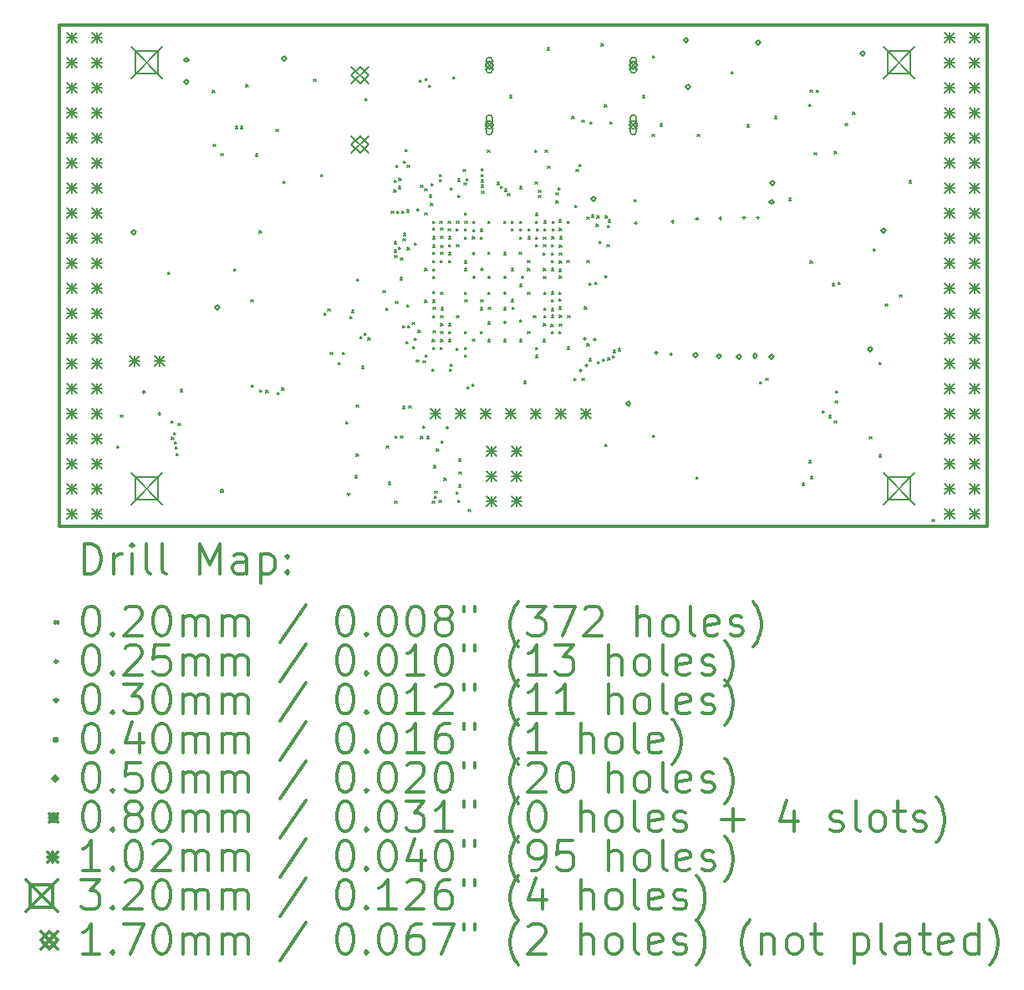
<source format=gbr>
%FSLAX45Y45*%
G04 Gerber Fmt 4.5, Leading zero omitted, Abs format (unit mm)*
G04 Created by KiCad (PCBNEW 4.0.7+dfsg1-1) date Thu Feb 22 21:10:58 2018*
%MOMM*%
%LPD*%
G01*
G04 APERTURE LIST*
%ADD10C,0.127000*%
%ADD11C,0.300000*%
%ADD12C,0.200000*%
G04 APERTURE END LIST*
D10*
D11*
X9410000Y-6142000D02*
X9410000Y-11222000D01*
X18808000Y-6142000D02*
X9410000Y-6142000D01*
X18808000Y-11222000D02*
X18808000Y-6142000D01*
X9410000Y-11222000D02*
X18808000Y-11222000D01*
D12*
X9998000Y-10410000D02*
X10018000Y-10430000D01*
X10018000Y-10410000D02*
X9998000Y-10430000D01*
X10035000Y-10094400D02*
X10055000Y-10114400D01*
X10055000Y-10094400D02*
X10035000Y-10114400D01*
X10514501Y-8649556D02*
X10534501Y-8669556D01*
X10534501Y-8649556D02*
X10514501Y-8669556D01*
X10547276Y-10156132D02*
X10567276Y-10176132D01*
X10567276Y-10156132D02*
X10547276Y-10176132D01*
X10552725Y-10321224D02*
X10572725Y-10341224D01*
X10572725Y-10321224D02*
X10552725Y-10341224D01*
X10571376Y-10271934D02*
X10591376Y-10291934D01*
X10591376Y-10271934D02*
X10571376Y-10291934D01*
X10579560Y-10366582D02*
X10599560Y-10386582D01*
X10599560Y-10366582D02*
X10579560Y-10386582D01*
X10589272Y-10418380D02*
X10609272Y-10438380D01*
X10609272Y-10418380D02*
X10589272Y-10438380D01*
X10598875Y-10487404D02*
X10618875Y-10507404D01*
X10618875Y-10487404D02*
X10598875Y-10507404D01*
X10617613Y-10179347D02*
X10637613Y-10199347D01*
X10637613Y-10179347D02*
X10617613Y-10199347D01*
X10637720Y-9838777D02*
X10657720Y-9858777D01*
X10657720Y-9838777D02*
X10637720Y-9858777D01*
X10966038Y-6807790D02*
X10986038Y-6827790D01*
X10986038Y-6807790D02*
X10966038Y-6827790D01*
X10974000Y-7352000D02*
X10994000Y-7372000D01*
X10994000Y-7352000D02*
X10974000Y-7372000D01*
X11049908Y-7448938D02*
X11069908Y-7468938D01*
X11069908Y-7448938D02*
X11049908Y-7468938D01*
X11179522Y-8615379D02*
X11199522Y-8635379D01*
X11199522Y-8615379D02*
X11179522Y-8635379D01*
X11197485Y-7171053D02*
X11217485Y-7191053D01*
X11217485Y-7171053D02*
X11197485Y-7191053D01*
X11251427Y-7170353D02*
X11271427Y-7190353D01*
X11271427Y-7170353D02*
X11251427Y-7190353D01*
X11305725Y-6746706D02*
X11325725Y-6766706D01*
X11325725Y-6746706D02*
X11305725Y-6766706D01*
X11355800Y-8926000D02*
X11375800Y-8946000D01*
X11375800Y-8926000D02*
X11355800Y-8946000D01*
X11360000Y-9792000D02*
X11380000Y-9812000D01*
X11380000Y-9792000D02*
X11360000Y-9812000D01*
X11400408Y-7451220D02*
X11420408Y-7471220D01*
X11420408Y-7451220D02*
X11400408Y-7471220D01*
X11441393Y-8230943D02*
X11461393Y-8250943D01*
X11461393Y-8230943D02*
X11441393Y-8250943D01*
X11446099Y-9843956D02*
X11466099Y-9863956D01*
X11466099Y-9843956D02*
X11446099Y-9863956D01*
X11509063Y-9847239D02*
X11529063Y-9867239D01*
X11529063Y-9847239D02*
X11509063Y-9867239D01*
X11609800Y-7198800D02*
X11629800Y-7218800D01*
X11629800Y-7198800D02*
X11609800Y-7218800D01*
X11622596Y-9869085D02*
X11642596Y-9889085D01*
X11642596Y-9869085D02*
X11622596Y-9889085D01*
X11670000Y-9822000D02*
X11690000Y-9842000D01*
X11690000Y-9822000D02*
X11670000Y-9842000D01*
X11681293Y-7725516D02*
X11701293Y-7745516D01*
X11701293Y-7725516D02*
X11681293Y-7745516D01*
X11990800Y-6690800D02*
X12010800Y-6710800D01*
X12010800Y-6690800D02*
X11990800Y-6710800D01*
X12063993Y-7659408D02*
X12083993Y-7679408D01*
X12083993Y-7659408D02*
X12063993Y-7679408D01*
X12098833Y-9065379D02*
X12118833Y-9085379D01*
X12118833Y-9065379D02*
X12098833Y-9085379D01*
X12133122Y-9021159D02*
X12153122Y-9041159D01*
X12153122Y-9021159D02*
X12133122Y-9041159D01*
X12158748Y-9461825D02*
X12178748Y-9481825D01*
X12178748Y-9461825D02*
X12158748Y-9481825D01*
X12242792Y-9562590D02*
X12262792Y-9582590D01*
X12262792Y-9562590D02*
X12242792Y-9582590D01*
X12283265Y-9462436D02*
X12303265Y-9482436D01*
X12303265Y-9462436D02*
X12283265Y-9482436D01*
X12317388Y-10161592D02*
X12337388Y-10181592D01*
X12337388Y-10161592D02*
X12317388Y-10181592D01*
X12361487Y-9095738D02*
X12381487Y-9115738D01*
X12381487Y-9095738D02*
X12361487Y-9115738D01*
X12374655Y-9035153D02*
X12394655Y-9055153D01*
X12394655Y-9035153D02*
X12374655Y-9055153D01*
X12410242Y-10710764D02*
X12430242Y-10730764D01*
X12430242Y-10710764D02*
X12410242Y-10730764D01*
X12422216Y-10490236D02*
X12442216Y-10510236D01*
X12442216Y-10490236D02*
X12422216Y-10510236D01*
X12422600Y-9992800D02*
X12442600Y-10012800D01*
X12442600Y-9992800D02*
X12422600Y-10012800D01*
X12426118Y-8717437D02*
X12446118Y-8737437D01*
X12446118Y-8717437D02*
X12426118Y-8737437D01*
X12426118Y-8717437D02*
X12446118Y-8737437D01*
X12446118Y-8717437D02*
X12426118Y-8737437D01*
X12458109Y-9299376D02*
X12478109Y-9319376D01*
X12478109Y-9299376D02*
X12458109Y-9319376D01*
X12474902Y-9600287D02*
X12494902Y-9620287D01*
X12494902Y-9600287D02*
X12474902Y-9620287D01*
X12501033Y-9268800D02*
X12521033Y-9288800D01*
X12521033Y-9268800D02*
X12501033Y-9288800D01*
X12509354Y-6886299D02*
X12529354Y-6906299D01*
X12529354Y-6886299D02*
X12509354Y-6906299D01*
X12542510Y-9313676D02*
X12562510Y-9333676D01*
X12562510Y-9313676D02*
X12542510Y-9333676D01*
X12694005Y-8832641D02*
X12714005Y-8852641D01*
X12714005Y-8832641D02*
X12694005Y-8852641D01*
X12720827Y-9012146D02*
X12740827Y-9032146D01*
X12740827Y-9012146D02*
X12720827Y-9032146D01*
X12728568Y-10410367D02*
X12748568Y-10430367D01*
X12748568Y-10410367D02*
X12728568Y-10430367D01*
X12748660Y-10777504D02*
X12768660Y-10797504D01*
X12768660Y-10777504D02*
X12748660Y-10797504D01*
X12778962Y-8030743D02*
X12798962Y-8050743D01*
X12798962Y-8030743D02*
X12778962Y-8050743D01*
X12802557Y-7813365D02*
X12822557Y-7833365D01*
X12822557Y-7813365D02*
X12802557Y-7833365D01*
X12805201Y-7715784D02*
X12825201Y-7735784D01*
X12825201Y-7715784D02*
X12805201Y-7735784D01*
X12806546Y-8340972D02*
X12826546Y-8360972D01*
X12826546Y-8340972D02*
X12806546Y-8360972D01*
X12808202Y-8425374D02*
X12828202Y-8445374D01*
X12828202Y-8425374D02*
X12808202Y-8445374D01*
X12810769Y-8478012D02*
X12830769Y-8498012D01*
X12830769Y-8478012D02*
X12810769Y-8498012D01*
X12811634Y-10966034D02*
X12831634Y-10986034D01*
X12831634Y-10966034D02*
X12811634Y-10986034D01*
X12818000Y-10310000D02*
X12838000Y-10330000D01*
X12838000Y-10310000D02*
X12818000Y-10330000D01*
X12821209Y-8945692D02*
X12841209Y-8965692D01*
X12841209Y-8945692D02*
X12821209Y-8965692D01*
X12823318Y-7566981D02*
X12843318Y-7586981D01*
X12843318Y-7566981D02*
X12823318Y-7586981D01*
X12831658Y-8029985D02*
X12851658Y-8049985D01*
X12851658Y-8029985D02*
X12831658Y-8049985D01*
X12849054Y-7779404D02*
X12869054Y-7799404D01*
X12869054Y-7779404D02*
X12849054Y-7799404D01*
X12852266Y-8396464D02*
X12872266Y-8416464D01*
X12872266Y-8396464D02*
X12852266Y-8416464D01*
X12854493Y-7695003D02*
X12874493Y-7715003D01*
X12874493Y-7695003D02*
X12854493Y-7715003D01*
X12867665Y-8702786D02*
X12887665Y-8722786D01*
X12887665Y-8702786D02*
X12867665Y-8722786D01*
X12870682Y-10308590D02*
X12890682Y-10328590D01*
X12890682Y-10308590D02*
X12870682Y-10328590D01*
X12872311Y-8505356D02*
X12892311Y-8525356D01*
X12892311Y-8505356D02*
X12872311Y-8525356D01*
X12884359Y-8029973D02*
X12904359Y-8049973D01*
X12904359Y-8029973D02*
X12884359Y-8049973D01*
X12890520Y-10007480D02*
X12910520Y-10027480D01*
X12910520Y-10007480D02*
X12890520Y-10027480D01*
X12892859Y-9188600D02*
X12912859Y-9208600D01*
X12912859Y-9188600D02*
X12892859Y-9208600D01*
X12895438Y-8307924D02*
X12915438Y-8327924D01*
X12915438Y-8307924D02*
X12895438Y-8327924D01*
X12900909Y-8255507D02*
X12920909Y-8275507D01*
X12920909Y-8255507D02*
X12900909Y-8275507D01*
X12902508Y-7521580D02*
X12922508Y-7541580D01*
X12922508Y-7521580D02*
X12902508Y-7541580D01*
X12915222Y-7404246D02*
X12935222Y-7424246D01*
X12935222Y-7404246D02*
X12915222Y-7424246D01*
X12927175Y-9350117D02*
X12947175Y-9370117D01*
X12947175Y-9350117D02*
X12927175Y-9370117D01*
X12934924Y-8977393D02*
X12954924Y-8997393D01*
X12954924Y-8977393D02*
X12934924Y-8997393D01*
X12935799Y-8018511D02*
X12955799Y-8038511D01*
X12955799Y-8018511D02*
X12935799Y-8038511D01*
X12938767Y-8397993D02*
X12958767Y-8417993D01*
X12958767Y-8397993D02*
X12938767Y-8417993D01*
X12939334Y-7563781D02*
X12959334Y-7583781D01*
X12959334Y-7563781D02*
X12939334Y-7583781D01*
X12945560Y-9188599D02*
X12965560Y-9208599D01*
X12965560Y-9188599D02*
X12945560Y-9208599D01*
X12956000Y-10005500D02*
X12976000Y-10025500D01*
X12976000Y-10005500D02*
X12956000Y-10025500D01*
X12988324Y-9156898D02*
X13008324Y-9176898D01*
X13008324Y-9156898D02*
X12988324Y-9176898D01*
X12995333Y-9401321D02*
X13015333Y-9421321D01*
X13015333Y-9401321D02*
X12995333Y-9421321D01*
X13010463Y-8349948D02*
X13030463Y-8369948D01*
X13030463Y-8349948D02*
X13010463Y-8369948D01*
X13011135Y-9318427D02*
X13031135Y-9338427D01*
X13031135Y-9318427D02*
X13011135Y-9338427D01*
X13032200Y-9535600D02*
X13052200Y-9555600D01*
X13052200Y-9535600D02*
X13032200Y-9555600D01*
X13038990Y-8006723D02*
X13058990Y-8026723D01*
X13058990Y-8006723D02*
X13038990Y-8026723D01*
X13048303Y-9237563D02*
X13068303Y-9257563D01*
X13068303Y-9237563D02*
X13048303Y-9257563D01*
X13060488Y-6700556D02*
X13080488Y-6720556D01*
X13080488Y-6700556D02*
X13060488Y-6720556D01*
X13073948Y-10310899D02*
X13093948Y-10330899D01*
X13093948Y-10310899D02*
X13073948Y-10330899D01*
X13075683Y-7768682D02*
X13095683Y-7788682D01*
X13095683Y-7768682D02*
X13075683Y-7788682D01*
X13093907Y-10208700D02*
X13113907Y-10228700D01*
X13113907Y-10208700D02*
X13093907Y-10228700D01*
X13098471Y-9546418D02*
X13118471Y-9566418D01*
X13118471Y-9546418D02*
X13098471Y-9566418D01*
X13115313Y-7803422D02*
X13135313Y-7823422D01*
X13135313Y-7803422D02*
X13115313Y-7823422D01*
X13117530Y-8049575D02*
X13137530Y-8069575D01*
X13137530Y-8049575D02*
X13117530Y-8069575D01*
X13117831Y-8611310D02*
X13137831Y-8631310D01*
X13137831Y-8611310D02*
X13117831Y-8631310D01*
X13117950Y-8930733D02*
X13137950Y-8950733D01*
X13137950Y-8930733D02*
X13117950Y-8950733D01*
X13121616Y-9485914D02*
X13141616Y-9505914D01*
X13141616Y-9485914D02*
X13121616Y-9505914D01*
X13122921Y-6682805D02*
X13142921Y-6702805D01*
X13142921Y-6682805D02*
X13122921Y-6702805D01*
X13135385Y-10310829D02*
X13155385Y-10330829D01*
X13155385Y-10310829D02*
X13135385Y-10330829D01*
X13154409Y-6752000D02*
X13174409Y-6772000D01*
X13174409Y-6752000D02*
X13154409Y-6772000D01*
X13160933Y-7864587D02*
X13180933Y-7884587D01*
X13180933Y-7864587D02*
X13160933Y-7884587D01*
X13174731Y-7948989D02*
X13194731Y-7968989D01*
X13194731Y-7948989D02*
X13174731Y-7968989D01*
X13182329Y-7748485D02*
X13202329Y-7768485D01*
X13202329Y-7748485D02*
X13182329Y-7768485D01*
X13188633Y-9630479D02*
X13208633Y-9650479D01*
X13208633Y-9630479D02*
X13188633Y-9650479D01*
X13192441Y-10966678D02*
X13212441Y-10986678D01*
X13212441Y-10966678D02*
X13192441Y-10986678D01*
X13193199Y-9330000D02*
X13213199Y-9350000D01*
X13213199Y-9330000D02*
X13193199Y-9350000D01*
X13196210Y-8443398D02*
X13216210Y-8463398D01*
X13216210Y-8443398D02*
X13196210Y-8463398D01*
X13197298Y-8527799D02*
X13217298Y-8547799D01*
X13217298Y-8527799D02*
X13197298Y-8547799D01*
X13197562Y-8931064D02*
X13217562Y-8951064D01*
X13217562Y-8931064D02*
X13197562Y-8951064D01*
X13197734Y-9090201D02*
X13217734Y-9110201D01*
X13217734Y-9090201D02*
X13197734Y-9110201D01*
X13197902Y-8288404D02*
X13217902Y-8308404D01*
X13217902Y-8288404D02*
X13197902Y-8308404D01*
X13198000Y-8130000D02*
X13218000Y-8150000D01*
X13218000Y-8130000D02*
X13198000Y-8150000D01*
X13198000Y-8690000D02*
X13218000Y-8710000D01*
X13218000Y-8690000D02*
X13198000Y-8710000D01*
X13198000Y-9410000D02*
X13218000Y-9430000D01*
X13218000Y-9410000D02*
X13198000Y-9430000D01*
X13198001Y-8200333D02*
X13218001Y-8220333D01*
X13218001Y-8200333D02*
X13198001Y-8220333D01*
X13198303Y-8616041D02*
X13218303Y-8636041D01*
X13218303Y-8616041D02*
X13198303Y-8636041D01*
X13198368Y-8372806D02*
X13218368Y-8392806D01*
X13218368Y-8372806D02*
X13198368Y-8392806D01*
X13198405Y-8845827D02*
X13218405Y-8865827D01*
X13218405Y-8845827D02*
X13198405Y-8865827D01*
X13200000Y-9005799D02*
X13220000Y-9025799D01*
X13220000Y-9005799D02*
X13200000Y-9025799D01*
X13201075Y-9242748D02*
X13221075Y-9262748D01*
X13221075Y-9242748D02*
X13201075Y-9262748D01*
X13206286Y-10608587D02*
X13226286Y-10628587D01*
X13226286Y-10608587D02*
X13206286Y-10628587D01*
X13211973Y-10917729D02*
X13231973Y-10937729D01*
X13231973Y-10917729D02*
X13211973Y-10937729D01*
X13218587Y-10865445D02*
X13238587Y-10885445D01*
X13238587Y-10865445D02*
X13218587Y-10885445D01*
X13236800Y-10440341D02*
X13256800Y-10460341D01*
X13256800Y-10440341D02*
X13236800Y-10460341D01*
X13260800Y-10958000D02*
X13280800Y-10978000D01*
X13280800Y-10958000D02*
X13260800Y-10978000D01*
X13263724Y-7657621D02*
X13283724Y-7677621D01*
X13283724Y-7657621D02*
X13263724Y-7677621D01*
X13266117Y-7710267D02*
X13286117Y-7730267D01*
X13286117Y-7710267D02*
X13266117Y-7730267D01*
X13268334Y-8130000D02*
X13288334Y-8150000D01*
X13288334Y-8130000D02*
X13268334Y-8150000D01*
X13273464Y-8527799D02*
X13293464Y-8547799D01*
X13293464Y-8527799D02*
X13273464Y-8547799D01*
X13274623Y-9409707D02*
X13294623Y-9429707D01*
X13294623Y-9409707D02*
X13274623Y-9429707D01*
X13276300Y-8202454D02*
X13296300Y-8222454D01*
X13296300Y-8202454D02*
X13276300Y-8222454D01*
X13277177Y-8443398D02*
X13297177Y-8463398D01*
X13297177Y-8443398D02*
X13277177Y-8463398D01*
X13277261Y-8286855D02*
X13297261Y-8306855D01*
X13297261Y-8286855D02*
X13277261Y-8306855D01*
X13278000Y-8850000D02*
X13298000Y-8870000D01*
X13298000Y-8850000D02*
X13278000Y-8870000D01*
X13278000Y-9090000D02*
X13298000Y-9110000D01*
X13298000Y-9090000D02*
X13278000Y-9110000D01*
X13278000Y-9170000D02*
X13298000Y-9190000D01*
X13298000Y-9170000D02*
X13278000Y-9190000D01*
X13278000Y-9250000D02*
X13298000Y-9270000D01*
X13298000Y-9250000D02*
X13278000Y-9270000D01*
X13278000Y-9330000D02*
X13298000Y-9350000D01*
X13298000Y-9330000D02*
X13278000Y-9350000D01*
X13278089Y-8379783D02*
X13298089Y-8399784D01*
X13298089Y-8379783D02*
X13278089Y-8399784D01*
X13280000Y-9008000D02*
X13300000Y-9028000D01*
X13300000Y-9008000D02*
X13280000Y-9028000D01*
X13283696Y-10361100D02*
X13303696Y-10381100D01*
X13303696Y-10361100D02*
X13283696Y-10381100D01*
X13311600Y-10736500D02*
X13331600Y-10756500D01*
X13331600Y-10736500D02*
X13311600Y-10756500D01*
X13352736Y-8131468D02*
X13372736Y-8151468D01*
X13372736Y-8131468D02*
X13352736Y-8151468D01*
X13354839Y-8209060D02*
X13374839Y-8229060D01*
X13374839Y-8209060D02*
X13354839Y-8229060D01*
X13357194Y-8449520D02*
X13377194Y-8469520D01*
X13377194Y-8449520D02*
X13357194Y-8469520D01*
X13358000Y-8290000D02*
X13378000Y-8310000D01*
X13378000Y-8290000D02*
X13358000Y-8310000D01*
X13358000Y-8370000D02*
X13378000Y-8390000D01*
X13378000Y-8370000D02*
X13358000Y-8390000D01*
X13358000Y-8530000D02*
X13378000Y-8550000D01*
X13378000Y-8530000D02*
X13358000Y-8550000D01*
X13358000Y-9170000D02*
X13378000Y-9190000D01*
X13378000Y-9170000D02*
X13358000Y-9190000D01*
X13358000Y-9250000D02*
X13378000Y-9270000D01*
X13378000Y-9250000D02*
X13358000Y-9270000D01*
X13358548Y-9330230D02*
X13378548Y-9350230D01*
X13378548Y-9330230D02*
X13358548Y-9350230D01*
X13366285Y-9629515D02*
X13386285Y-9649515D01*
X13386285Y-9629515D02*
X13366285Y-9649515D01*
X13375239Y-9577580D02*
X13395239Y-9597580D01*
X13395239Y-9577580D02*
X13375239Y-9597580D01*
X13377602Y-7794713D02*
X13397602Y-7814713D01*
X13397602Y-7794713D02*
X13377602Y-7814713D01*
X13402494Y-6667598D02*
X13422494Y-6687598D01*
X13422494Y-6667598D02*
X13402494Y-6687598D01*
X13433398Y-8208015D02*
X13453398Y-8228015D01*
X13453398Y-8208015D02*
X13433398Y-8228015D01*
X13435582Y-9416717D02*
X13455582Y-9436717D01*
X13455582Y-9416717D02*
X13435582Y-9436717D01*
X13436400Y-10874197D02*
X13456400Y-10894197D01*
X13456400Y-10874197D02*
X13436400Y-10894197D01*
X13437137Y-8130675D02*
X13457137Y-8150675D01*
X13457137Y-8130675D02*
X13437137Y-8150675D01*
X13438000Y-8370000D02*
X13458000Y-8390000D01*
X13458000Y-8370000D02*
X13438000Y-8390000D01*
X13438000Y-9090000D02*
X13458000Y-9110000D01*
X13458000Y-9090000D02*
X13438000Y-9110000D01*
X13451300Y-7871900D02*
X13471300Y-7891900D01*
X13471300Y-7871900D02*
X13451300Y-7891900D01*
X13452909Y-7703051D02*
X13472909Y-7723051D01*
X13472909Y-7703051D02*
X13452909Y-7723051D01*
X13453687Y-10961995D02*
X13473687Y-10981995D01*
X13473687Y-10961995D02*
X13453687Y-10981995D01*
X13457587Y-10803159D02*
X13477587Y-10823159D01*
X13477587Y-10803159D02*
X13457587Y-10823159D01*
X13460735Y-10540845D02*
X13480735Y-10560845D01*
X13480735Y-10540845D02*
X13460735Y-10560845D01*
X13465065Y-10671051D02*
X13485065Y-10691051D01*
X13485065Y-10671051D02*
X13465065Y-10691051D01*
X13507526Y-7608347D02*
X13527526Y-7628347D01*
X13527526Y-7608347D02*
X13507526Y-7628347D01*
X13513546Y-7744852D02*
X13533546Y-7764852D01*
X13533546Y-7744852D02*
X13513546Y-7764852D01*
X13517331Y-8851860D02*
X13537331Y-8871860D01*
X13537331Y-8851860D02*
X13517331Y-8871860D01*
X13517799Y-8209385D02*
X13537799Y-8229385D01*
X13537799Y-8209385D02*
X13517799Y-8229385D01*
X13518000Y-8292201D02*
X13538000Y-8312201D01*
X13538000Y-8292201D02*
X13518000Y-8312201D01*
X13518000Y-8534000D02*
X13538000Y-8554000D01*
X13538000Y-8534000D02*
X13518000Y-8554000D01*
X13518000Y-8610000D02*
X13538000Y-8630000D01*
X13538000Y-8610000D02*
X13518000Y-8630000D01*
X13518000Y-9250000D02*
X13538000Y-9270000D01*
X13538000Y-9250000D02*
X13518000Y-9270000D01*
X13518128Y-8048312D02*
X13538128Y-8068312D01*
X13538128Y-8048312D02*
X13518128Y-8068312D01*
X13518463Y-9488530D02*
X13538463Y-9508530D01*
X13538463Y-9488530D02*
X13518463Y-9508530D01*
X13518862Y-9412562D02*
X13538862Y-9432562D01*
X13538862Y-9412562D02*
X13518862Y-9432562D01*
X13521697Y-8134201D02*
X13541697Y-8154201D01*
X13541697Y-8134201D02*
X13521697Y-8154201D01*
X13524276Y-8928163D02*
X13544276Y-8948163D01*
X13544276Y-8928163D02*
X13524276Y-8948163D01*
X13537310Y-7697813D02*
X13557310Y-7717813D01*
X13557310Y-7697813D02*
X13537310Y-7717813D01*
X13541702Y-9806717D02*
X13561702Y-9826717D01*
X13561702Y-9806717D02*
X13541702Y-9826717D01*
X13555656Y-11051071D02*
X13575656Y-11071071D01*
X13575656Y-11051071D02*
X13555656Y-11071071D01*
X13592822Y-9782273D02*
X13612822Y-9802273D01*
X13612822Y-9782273D02*
X13592822Y-9802273D01*
X13598000Y-8290000D02*
X13618000Y-8310000D01*
X13618000Y-8290000D02*
X13598000Y-8310000D01*
X13599596Y-9326965D02*
X13619596Y-9346965D01*
X13619596Y-9326965D02*
X13599596Y-9346965D01*
X13602455Y-8216004D02*
X13622455Y-8236004D01*
X13622455Y-8216004D02*
X13602455Y-8236004D01*
X13606098Y-8131603D02*
X13626098Y-8151603D01*
X13626098Y-8131603D02*
X13606098Y-8151603D01*
X13678000Y-9250000D02*
X13698000Y-9270000D01*
X13698000Y-9250000D02*
X13678000Y-9270000D01*
X13678517Y-9009483D02*
X13698517Y-9029483D01*
X13698517Y-9009483D02*
X13678517Y-9029483D01*
X13680000Y-8212000D02*
X13700000Y-8232000D01*
X13700000Y-8212000D02*
X13680000Y-8232000D01*
X13680000Y-8292000D02*
X13700000Y-8312000D01*
X13700000Y-8292000D02*
X13680000Y-8312000D01*
X13684453Y-8927346D02*
X13704453Y-8947346D01*
X13704453Y-8927346D02*
X13684453Y-8947346D01*
X13687030Y-7598459D02*
X13707030Y-7618459D01*
X13707030Y-7598459D02*
X13687030Y-7618459D01*
X13689122Y-7711926D02*
X13709122Y-7731926D01*
X13709122Y-7711926D02*
X13689122Y-7731926D01*
X13689122Y-7764665D02*
X13709122Y-7784665D01*
X13709122Y-7764665D02*
X13689122Y-7784665D01*
X13690831Y-7659224D02*
X13710831Y-7679224D01*
X13710831Y-7659224D02*
X13690831Y-7679224D01*
X13692017Y-7825016D02*
X13712017Y-7845016D01*
X13712017Y-7825016D02*
X13692017Y-7845016D01*
X13752023Y-7412176D02*
X13772023Y-7432176D01*
X13772023Y-7412176D02*
X13752023Y-7432176D01*
X13755905Y-9153803D02*
X13775905Y-9173803D01*
X13775905Y-9153803D02*
X13755905Y-9173803D01*
X13758000Y-8130000D02*
X13778000Y-8150000D01*
X13778000Y-8130000D02*
X13758000Y-8150000D01*
X13758000Y-8850000D02*
X13778000Y-8870000D01*
X13778000Y-8850000D02*
X13758000Y-8870000D01*
X13758000Y-9330000D02*
X13778000Y-9350000D01*
X13778000Y-9330000D02*
X13758000Y-9350000D01*
X13758056Y-8443409D02*
X13778056Y-8463409D01*
X13778056Y-8443409D02*
X13758056Y-8463409D01*
X13758900Y-9002299D02*
X13778900Y-9022299D01*
X13778900Y-9002299D02*
X13758900Y-9022299D01*
X13850122Y-7736966D02*
X13870122Y-7756966D01*
X13870122Y-7736966D02*
X13850122Y-7756966D01*
X13882085Y-7778869D02*
X13902085Y-7798869D01*
X13902085Y-7778869D02*
X13882085Y-7798869D01*
X13917252Y-8451135D02*
X13937252Y-8471135D01*
X13937252Y-8451135D02*
X13917252Y-8471135D01*
X13918000Y-8130000D02*
X13938000Y-8150000D01*
X13938000Y-8130000D02*
X13918000Y-8150000D01*
X13918000Y-9330000D02*
X13938000Y-9350000D01*
X13938000Y-9330000D02*
X13918000Y-9350000D01*
X13918580Y-9007769D02*
X13938580Y-9027769D01*
X13938580Y-9007769D02*
X13918580Y-9027769D01*
X13927996Y-7804746D02*
X13947996Y-7824746D01*
X13947996Y-7804746D02*
X13927996Y-7824746D01*
X13955542Y-7850837D02*
X13975542Y-7870837D01*
X13975542Y-7850837D02*
X13955542Y-7870837D01*
X13976437Y-6856567D02*
X13996437Y-6876567D01*
X13996437Y-6856567D02*
X13976437Y-6876567D01*
X13991460Y-8609297D02*
X14011460Y-8629297D01*
X14011460Y-8609297D02*
X13991460Y-8629297D01*
X13992898Y-8210000D02*
X14012898Y-8230000D01*
X14012898Y-8210000D02*
X13992898Y-8230000D01*
X13993599Y-8130000D02*
X14013599Y-8150000D01*
X14013599Y-8130000D02*
X13993599Y-8150000D01*
X13993894Y-8925097D02*
X14013894Y-8945097D01*
X14013894Y-8925097D02*
X13993894Y-8945097D01*
X13999489Y-9002299D02*
X14019489Y-9022299D01*
X14019489Y-9002299D02*
X13999489Y-9022299D01*
X14073600Y-8443400D02*
X14093600Y-8463400D01*
X14093600Y-8443400D02*
X14073600Y-8463400D01*
X14075799Y-7779404D02*
X14095799Y-7799404D01*
X14095799Y-7779404D02*
X14075799Y-7799404D01*
X14076133Y-8294127D02*
X14096133Y-8314127D01*
X14096133Y-8294127D02*
X14076133Y-8314127D01*
X14077299Y-8207716D02*
X14097299Y-8227716D01*
X14097299Y-8207716D02*
X14077299Y-8227716D01*
X14077419Y-9133335D02*
X14097419Y-9153335D01*
X14097419Y-9133335D02*
X14077419Y-9153335D01*
X14078000Y-8130000D02*
X14098000Y-8150000D01*
X14098000Y-8130000D02*
X14078000Y-8150000D01*
X14078000Y-9330000D02*
X14098000Y-9350000D01*
X14098000Y-9330000D02*
X14078000Y-9350000D01*
X14079623Y-8771623D02*
X14099623Y-8791623D01*
X14099623Y-8771623D02*
X14079623Y-8791623D01*
X14118066Y-9754201D02*
X14138066Y-9774201D01*
X14138066Y-9754201D02*
X14118066Y-9774201D01*
X14158000Y-8530000D02*
X14178000Y-8550000D01*
X14178000Y-8530000D02*
X14158000Y-8550000D01*
X14158000Y-8610000D02*
X14178000Y-8630000D01*
X14178000Y-8610000D02*
X14158000Y-8630000D01*
X14158000Y-8850000D02*
X14178000Y-8870000D01*
X14178000Y-8850000D02*
X14158000Y-8870000D01*
X14158000Y-9250000D02*
X14178000Y-9270000D01*
X14178000Y-9250000D02*
X14158000Y-9270000D01*
X14162701Y-8209494D02*
X14182701Y-8229494D01*
X14182701Y-8209494D02*
X14162701Y-8229494D01*
X14162701Y-8289887D02*
X14182701Y-8309887D01*
X14182701Y-8289887D02*
X14162701Y-8309887D01*
X14217799Y-9090000D02*
X14237799Y-9110000D01*
X14237799Y-9090000D02*
X14217799Y-9110000D01*
X14229099Y-7413615D02*
X14249099Y-7433615D01*
X14249099Y-7413615D02*
X14229099Y-7433615D01*
X14235236Y-7735268D02*
X14255236Y-7755268D01*
X14255236Y-7735268D02*
X14235236Y-7755268D01*
X14236000Y-8052000D02*
X14256000Y-8072000D01*
X14256000Y-8052000D02*
X14236000Y-8072000D01*
X14236000Y-8132000D02*
X14256000Y-8152000D01*
X14256000Y-8132000D02*
X14236000Y-8152000D01*
X14236000Y-8292000D02*
X14256000Y-8312000D01*
X14256000Y-8292000D02*
X14236000Y-8312000D01*
X14238000Y-8370000D02*
X14258000Y-8390000D01*
X14258000Y-8370000D02*
X14238000Y-8390000D01*
X14238000Y-9410000D02*
X14258000Y-9430000D01*
X14258000Y-9410000D02*
X14238000Y-9430000D01*
X14238000Y-9490000D02*
X14258000Y-9510000D01*
X14258000Y-9490000D02*
X14238000Y-9510000D01*
X14247102Y-8210435D02*
X14267102Y-8230435D01*
X14267102Y-8210435D02*
X14247102Y-8230435D01*
X14266674Y-7818161D02*
X14286674Y-7838161D01*
X14286674Y-7818161D02*
X14266674Y-7838161D01*
X14267384Y-7870857D02*
X14287384Y-7890857D01*
X14287384Y-7870857D02*
X14267384Y-7890857D01*
X14316000Y-8452000D02*
X14336000Y-8472000D01*
X14336000Y-8452000D02*
X14316000Y-8472000D01*
X14316969Y-9331491D02*
X14336969Y-9351491D01*
X14336969Y-9331491D02*
X14316969Y-9351491D01*
X14318000Y-8370000D02*
X14338000Y-8390000D01*
X14338000Y-8370000D02*
X14318000Y-8390000D01*
X14318000Y-8690000D02*
X14338000Y-8710000D01*
X14338000Y-8690000D02*
X14318000Y-8710000D01*
X14318000Y-9170000D02*
X14338000Y-9190000D01*
X14338000Y-9170000D02*
X14318000Y-9190000D01*
X14318740Y-8294201D02*
X14338740Y-8314201D01*
X14338740Y-8294201D02*
X14318740Y-8314201D01*
X14320000Y-8612000D02*
X14340000Y-8632000D01*
X14340000Y-8612000D02*
X14320000Y-8632000D01*
X14322201Y-8849503D02*
X14342201Y-8869503D01*
X14342201Y-8849503D02*
X14322201Y-8869503D01*
X14322201Y-9010195D02*
X14342201Y-9030195D01*
X14342201Y-9010195D02*
X14322201Y-9030195D01*
X14322201Y-9090066D02*
X14342201Y-9110066D01*
X14342201Y-9090066D02*
X14322201Y-9110066D01*
X14323103Y-8127729D02*
X14343103Y-8147729D01*
X14343103Y-8127729D02*
X14323103Y-8147729D01*
X14323265Y-8209799D02*
X14343265Y-8229799D01*
X14343265Y-8209799D02*
X14323265Y-8229799D01*
X14335701Y-7411913D02*
X14355701Y-7431913D01*
X14355701Y-7411913D02*
X14335701Y-7431913D01*
X14355067Y-6376252D02*
X14375067Y-6396252D01*
X14375067Y-6376252D02*
X14355067Y-6396252D01*
X14360888Y-7571730D02*
X14380888Y-7591730D01*
X14380888Y-7571730D02*
X14360888Y-7591730D01*
X14396483Y-9177765D02*
X14416483Y-9197765D01*
X14416483Y-9177765D02*
X14396483Y-9197765D01*
X14397624Y-8929530D02*
X14417624Y-8949530D01*
X14417624Y-8929530D02*
X14397624Y-8949530D01*
X14397701Y-9016697D02*
X14417701Y-9036697D01*
X14417701Y-9016697D02*
X14397701Y-9036697D01*
X14398000Y-8610000D02*
X14418000Y-8630000D01*
X14418000Y-8610000D02*
X14398000Y-8630000D01*
X14398000Y-9085650D02*
X14418000Y-9105650D01*
X14418000Y-9085650D02*
X14398000Y-9105650D01*
X14398283Y-8848451D02*
X14418283Y-8868451D01*
X14418283Y-8848451D02*
X14398283Y-8868451D01*
X14400201Y-8529722D02*
X14420201Y-8549722D01*
X14420201Y-8529722D02*
X14400201Y-8549722D01*
X14400319Y-8367799D02*
X14420319Y-8387799D01*
X14420319Y-8367799D02*
X14400319Y-8387799D01*
X14400350Y-8456040D02*
X14420350Y-8476040D01*
X14420350Y-8456040D02*
X14400350Y-8476040D01*
X14401325Y-9248876D02*
X14421325Y-9268876D01*
X14421325Y-9248876D02*
X14401325Y-9268876D01*
X14403141Y-8290000D02*
X14423141Y-8310000D01*
X14423141Y-8290000D02*
X14403141Y-8310000D01*
X14407504Y-8129877D02*
X14427504Y-8149877D01*
X14427504Y-8129877D02*
X14407504Y-8149877D01*
X14407666Y-8210000D02*
X14427666Y-8230000D01*
X14427666Y-8210000D02*
X14407666Y-8230000D01*
X14446889Y-7841762D02*
X14466889Y-7861762D01*
X14466889Y-7841762D02*
X14446889Y-7861762D01*
X14446889Y-7926163D02*
X14466889Y-7946163D01*
X14466889Y-7926163D02*
X14446889Y-7946163D01*
X14468609Y-7793745D02*
X14488609Y-7813745D01*
X14488609Y-7793745D02*
X14468609Y-7813745D01*
X14475581Y-8916848D02*
X14495581Y-8936848D01*
X14495581Y-8916848D02*
X14475581Y-8936848D01*
X14476724Y-9001248D02*
X14496724Y-9021248D01*
X14496724Y-9001248D02*
X14476724Y-9021248D01*
X14477515Y-8619275D02*
X14497515Y-8639275D01*
X14497515Y-8619275D02*
X14477515Y-8639275D01*
X14477765Y-8852201D02*
X14497765Y-8872201D01*
X14497765Y-8852201D02*
X14477765Y-8872201D01*
X14478001Y-8120333D02*
X14498001Y-8140333D01*
X14498001Y-8120333D02*
X14478001Y-8140333D01*
X14478235Y-9247799D02*
X14498235Y-9267799D01*
X14498235Y-9247799D02*
X14478235Y-9267799D01*
X14478812Y-8204734D02*
X14498812Y-8224734D01*
X14498812Y-8204734D02*
X14478812Y-8224734D01*
X14478935Y-8534874D02*
X14498935Y-8554874D01*
X14498935Y-8534874D02*
X14478935Y-8554874D01*
X14479432Y-8687756D02*
X14499432Y-8707756D01*
X14499432Y-8687756D02*
X14479432Y-8707756D01*
X14479670Y-8373537D02*
X14499670Y-8393537D01*
X14499670Y-8373537D02*
X14479670Y-8393537D01*
X14480000Y-9172000D02*
X14500000Y-9192000D01*
X14500000Y-9172000D02*
X14480000Y-9192000D01*
X14480294Y-9085650D02*
X14500294Y-9105650D01*
X14500294Y-9085650D02*
X14480294Y-9105650D01*
X14481241Y-8453582D02*
X14501241Y-8473582D01*
X14501241Y-8453582D02*
X14481241Y-8473582D01*
X14481689Y-8289136D02*
X14501689Y-8309136D01*
X14501689Y-8289136D02*
X14481689Y-8309136D01*
X14557281Y-8529606D02*
X14577281Y-8549606D01*
X14577281Y-8529606D02*
X14557281Y-8549606D01*
X14558000Y-8130512D02*
X14578000Y-8150512D01*
X14578000Y-8130512D02*
X14558000Y-8150512D01*
X14559124Y-9406675D02*
X14579124Y-9426675D01*
X14579124Y-9406675D02*
X14559124Y-9426675D01*
X14565987Y-9091018D02*
X14585987Y-9111018D01*
X14585987Y-9091018D02*
X14565987Y-9111018D01*
X14608000Y-7070000D02*
X14628000Y-7090000D01*
X14628000Y-7070000D02*
X14608000Y-7090000D01*
X14629479Y-9723392D02*
X14649479Y-9743392D01*
X14649479Y-9723392D02*
X14629479Y-9743392D01*
X14638141Y-7971938D02*
X14658141Y-7991938D01*
X14658141Y-7971938D02*
X14638141Y-7991938D01*
X14648744Y-7607406D02*
X14668744Y-7627406D01*
X14668744Y-7607406D02*
X14648744Y-7627406D01*
X14680145Y-7555491D02*
X14700145Y-7575491D01*
X14700145Y-7555491D02*
X14680145Y-7575491D01*
X14707598Y-9723392D02*
X14727598Y-9743392D01*
X14727598Y-9723392D02*
X14707598Y-9743392D01*
X14708600Y-7110000D02*
X14728600Y-7130000D01*
X14728600Y-7110000D02*
X14708600Y-7130000D01*
X14733095Y-9001248D02*
X14753095Y-9021248D01*
X14753095Y-9001248D02*
X14733095Y-9021248D01*
X14758739Y-8527409D02*
X14778739Y-8547409D01*
X14778739Y-8527409D02*
X14758739Y-8547409D01*
X14758831Y-8088311D02*
X14778831Y-8108311D01*
X14778831Y-8088311D02*
X14758831Y-8108311D01*
X14760000Y-9372000D02*
X14780000Y-9392000D01*
X14780000Y-9372000D02*
X14760000Y-9392000D01*
X14781079Y-8758342D02*
X14801079Y-8778342D01*
X14801079Y-8758342D02*
X14781079Y-8778342D01*
X14782886Y-9523902D02*
X14802886Y-9543902D01*
X14802886Y-9523902D02*
X14782886Y-9543902D01*
X14788315Y-7124708D02*
X14808315Y-7144708D01*
X14808315Y-7124708D02*
X14788315Y-7144708D01*
X14807525Y-8068155D02*
X14827525Y-8088155D01*
X14827525Y-8068155D02*
X14807525Y-8088155D01*
X14838354Y-8750817D02*
X14858354Y-8770817D01*
X14858354Y-8750817D02*
X14838354Y-8770817D01*
X14851066Y-8160586D02*
X14871066Y-8180586D01*
X14871066Y-8160586D02*
X14851066Y-8180586D01*
X14859611Y-8076185D02*
X14879611Y-8096185D01*
X14879611Y-8076185D02*
X14859611Y-8096185D01*
X14864798Y-9556963D02*
X14884798Y-9576963D01*
X14884798Y-9556963D02*
X14864798Y-9576963D01*
X14882151Y-8334201D02*
X14902151Y-8354201D01*
X14902151Y-8334201D02*
X14882151Y-8354201D01*
X14903412Y-6332405D02*
X14923412Y-6352405D01*
X14923412Y-6332405D02*
X14903412Y-6352405D01*
X14918439Y-9527799D02*
X14938439Y-9547799D01*
X14938439Y-9527799D02*
X14918439Y-9547799D01*
X14937595Y-6951968D02*
X14957595Y-6971968D01*
X14957595Y-6951968D02*
X14937595Y-6971968D01*
X14939522Y-10390910D02*
X14959522Y-10410910D01*
X14959522Y-10390910D02*
X14939522Y-10410910D01*
X14943392Y-8680994D02*
X14963392Y-8700994D01*
X14963392Y-8680994D02*
X14943392Y-8700994D01*
X14944975Y-8076843D02*
X14964975Y-8096843D01*
X14964975Y-8076843D02*
X14944975Y-8096843D01*
X14963249Y-8370769D02*
X14983249Y-8390769D01*
X14983249Y-8370769D02*
X14963249Y-8390769D01*
X14967169Y-8172566D02*
X14987169Y-8192566D01*
X14987169Y-8172566D02*
X14967169Y-8192566D01*
X14969589Y-9515108D02*
X14989589Y-9535108D01*
X14989589Y-9515108D02*
X14969589Y-9535108D01*
X14974647Y-8120398D02*
X14994647Y-8140398D01*
X14994647Y-8120398D02*
X14974647Y-8140398D01*
X14993085Y-7123185D02*
X15013085Y-7143185D01*
X15013085Y-7123185D02*
X14993085Y-7143185D01*
X15017890Y-9494025D02*
X15037890Y-9514025D01*
X15037890Y-9494025D02*
X15017890Y-9514025D01*
X15024597Y-9441753D02*
X15044597Y-9461753D01*
X15044597Y-9441753D02*
X15024597Y-9461753D01*
X15078921Y-9423257D02*
X15098921Y-9443257D01*
X15098921Y-9423257D02*
X15078921Y-9443257D01*
X15239707Y-7909347D02*
X15259707Y-7929347D01*
X15259707Y-7909347D02*
X15239707Y-7929347D01*
X15319711Y-6856567D02*
X15339711Y-6876567D01*
X15339711Y-6856567D02*
X15319711Y-6876567D01*
X15419800Y-7249600D02*
X15439800Y-7269600D01*
X15439800Y-7249600D02*
X15419800Y-7269600D01*
X15421762Y-10299573D02*
X15441762Y-10319573D01*
X15441762Y-10299573D02*
X15421762Y-10319573D01*
X15422933Y-6454377D02*
X15442933Y-6474377D01*
X15442933Y-6454377D02*
X15422933Y-6474377D01*
X15501528Y-7146346D02*
X15521528Y-7166346D01*
X15521528Y-7146346D02*
X15501528Y-7166346D01*
X15861665Y-10722518D02*
X15881665Y-10742518D01*
X15881665Y-10722518D02*
X15861665Y-10742518D01*
X15877000Y-7249600D02*
X15897000Y-7269600D01*
X15897000Y-7249600D02*
X15877000Y-7269600D01*
X16217147Y-6618496D02*
X16237147Y-6638496D01*
X16237147Y-6618496D02*
X16217147Y-6638496D01*
X16380885Y-7155186D02*
X16400885Y-7175186D01*
X16400885Y-7155186D02*
X16380885Y-7175186D01*
X16507059Y-9756632D02*
X16527059Y-9776632D01*
X16527059Y-9756632D02*
X16507059Y-9776632D01*
X16570337Y-9724488D02*
X16590337Y-9744488D01*
X16590337Y-9724488D02*
X16570337Y-9744488D01*
X16657891Y-7070355D02*
X16677891Y-7090355D01*
X16677891Y-7070355D02*
X16657891Y-7090355D01*
X16806644Y-7900804D02*
X16826644Y-7920804D01*
X16826644Y-7900804D02*
X16806644Y-7920804D01*
X16940659Y-10785373D02*
X16960659Y-10805373D01*
X16960659Y-10785373D02*
X16940659Y-10805373D01*
X17005773Y-10556635D02*
X17025773Y-10576635D01*
X17025773Y-10556635D02*
X17005773Y-10576635D01*
X17008296Y-6947101D02*
X17028296Y-6967101D01*
X17028296Y-6947101D02*
X17008296Y-6967101D01*
X17020000Y-6805100D02*
X17040000Y-6825100D01*
X17040000Y-6805100D02*
X17020000Y-6825100D01*
X17020954Y-8534153D02*
X17040954Y-8554153D01*
X17040954Y-8534153D02*
X17020954Y-8554153D01*
X17026290Y-10718620D02*
X17046290Y-10738620D01*
X17046290Y-10718620D02*
X17026290Y-10738620D01*
X17063590Y-7436498D02*
X17083590Y-7456498D01*
X17083590Y-7436498D02*
X17063590Y-7456498D01*
X17085000Y-6802556D02*
X17105000Y-6822556D01*
X17105000Y-6802556D02*
X17085000Y-6822556D01*
X17144030Y-10054574D02*
X17164030Y-10074574D01*
X17164030Y-10054574D02*
X17144030Y-10074574D01*
X17209336Y-10100566D02*
X17229336Y-10120566D01*
X17229336Y-10100566D02*
X17209336Y-10120566D01*
X17246454Y-8762201D02*
X17266454Y-8782201D01*
X17266454Y-8762201D02*
X17246454Y-8782201D01*
X17264664Y-7424799D02*
X17284664Y-7444799D01*
X17284664Y-7424799D02*
X17264664Y-7444799D01*
X17266127Y-10155168D02*
X17286127Y-10175168D01*
X17286127Y-10155168D02*
X17266127Y-10175168D01*
X17273463Y-9949992D02*
X17293463Y-9969992D01*
X17293463Y-9949992D02*
X17273463Y-9969992D01*
X17277992Y-9851865D02*
X17297992Y-9871865D01*
X17297992Y-9851865D02*
X17277992Y-9871865D01*
X17303795Y-8749428D02*
X17323795Y-8769428D01*
X17323795Y-8749428D02*
X17303795Y-8769428D01*
X17375600Y-7143899D02*
X17395600Y-7163899D01*
X17395600Y-7143899D02*
X17375600Y-7163899D01*
X17451151Y-7026702D02*
X17471151Y-7046702D01*
X17471151Y-7026702D02*
X17451151Y-7046702D01*
X17620559Y-10317981D02*
X17640559Y-10337981D01*
X17640559Y-10317981D02*
X17620559Y-10337981D01*
X17660000Y-8412000D02*
X17680000Y-8432000D01*
X17680000Y-8412000D02*
X17660000Y-8432000D01*
X17717400Y-10497912D02*
X17737400Y-10517912D01*
X17737400Y-10497912D02*
X17717400Y-10517912D01*
X17718500Y-9561000D02*
X17738500Y-9581000D01*
X17738500Y-9561000D02*
X17718500Y-9581000D01*
X17782698Y-8971206D02*
X17802698Y-8991206D01*
X17802698Y-8971206D02*
X17782698Y-8991206D01*
X17925151Y-8876833D02*
X17945151Y-8896833D01*
X17945151Y-8876833D02*
X17925151Y-8896833D01*
X18024078Y-7721693D02*
X18044078Y-7741693D01*
X18044078Y-7721693D02*
X18024078Y-7741693D01*
X18257515Y-11153763D02*
X18277515Y-11173763D01*
X18277515Y-11153763D02*
X18257515Y-11173763D01*
X13357629Y-10223262D02*
G75*
G03X13357629Y-10223262I-12700J0D01*
G01*
X13620700Y-8460000D02*
G75*
G03X13620700Y-8460000I-12700J0D01*
G01*
X13623799Y-8699540D02*
G75*
G03X13623799Y-8699540I-12700J0D01*
G01*
X13706511Y-8619631D02*
G75*
G03X13706511Y-8619631I-12700J0D01*
G01*
X13780700Y-8700000D02*
G75*
G03X13780700Y-8700000I-12700J0D01*
G01*
X13939164Y-9161521D02*
G75*
G03X13939164Y-9161521I-12700J0D01*
G01*
X13940700Y-8700000D02*
G75*
G03X13940700Y-8700000I-12700J0D01*
G01*
X13940700Y-8860000D02*
G75*
G03X13940700Y-8860000I-12700J0D01*
G01*
X14116986Y-8699500D02*
G75*
G03X14116986Y-8699500I-12700J0D01*
G01*
X14706928Y-9645206D02*
G75*
G03X14706928Y-9645206I-12700J0D01*
G01*
X14747089Y-9321713D02*
G75*
G03X14747089Y-9321713I-12700J0D01*
G01*
X14766147Y-9591326D02*
G75*
G03X14766147Y-9591326I-12700J0D01*
G01*
X14847601Y-9332231D02*
G75*
G03X14847601Y-9332231I-12700J0D01*
G01*
X10271005Y-9844495D02*
X10271005Y-9874495D01*
X10256005Y-9859495D02*
X10286005Y-9859495D01*
X10426000Y-10064000D02*
X10426000Y-10094000D01*
X10411000Y-10079000D02*
X10441000Y-10079000D01*
X12343700Y-10882200D02*
X12343700Y-10912200D01*
X12328700Y-10897200D02*
X12358700Y-10897200D01*
X15252594Y-8131387D02*
X15252594Y-8161387D01*
X15237594Y-8146387D02*
X15267594Y-8146387D01*
X15459390Y-9445795D02*
X15459390Y-9475795D01*
X15444390Y-9460795D02*
X15474390Y-9460795D01*
X15608824Y-9461298D02*
X15608824Y-9491298D01*
X15593824Y-9476298D02*
X15623824Y-9476298D01*
X15626277Y-8119937D02*
X15626277Y-8149937D01*
X15611277Y-8134937D02*
X15641277Y-8134937D01*
X15873113Y-8089893D02*
X15873113Y-8119893D01*
X15858113Y-8104893D02*
X15888113Y-8104893D01*
X16107576Y-8084202D02*
X16107576Y-8114202D01*
X16092576Y-8099202D02*
X16122576Y-8099202D01*
X16346298Y-8079243D02*
X16346298Y-8109243D01*
X16331298Y-8094243D02*
X16361298Y-8094243D01*
X16488287Y-8078899D02*
X16488287Y-8108899D01*
X16473287Y-8093899D02*
X16503287Y-8093899D01*
X11073534Y-10877788D02*
X11073534Y-10849504D01*
X11045249Y-10849504D01*
X11045249Y-10877788D01*
X11073534Y-10877788D01*
X10170789Y-8267318D02*
X10195789Y-8242318D01*
X10170789Y-8217318D01*
X10145789Y-8242318D01*
X10170789Y-8267318D01*
X10697481Y-6520397D02*
X10722481Y-6495397D01*
X10697481Y-6470397D01*
X10672481Y-6495397D01*
X10697481Y-6520397D01*
X10702149Y-6747812D02*
X10727149Y-6722812D01*
X10702149Y-6697812D01*
X10677149Y-6722812D01*
X10702149Y-6747812D01*
X11012889Y-9027815D02*
X11037889Y-9002815D01*
X11012889Y-8977815D01*
X10987889Y-9002815D01*
X11012889Y-9027815D01*
X11688050Y-6505294D02*
X11713050Y-6480294D01*
X11688050Y-6455294D01*
X11663050Y-6480294D01*
X11688050Y-6505294D01*
X14826839Y-7930002D02*
X14851839Y-7905002D01*
X14826839Y-7880002D01*
X14801839Y-7905002D01*
X14826839Y-7930002D01*
X15175800Y-10002400D02*
X15200800Y-9977400D01*
X15175800Y-9952400D01*
X15150800Y-9977400D01*
X15175800Y-10002400D01*
X15760000Y-6319400D02*
X15785000Y-6294400D01*
X15760000Y-6269400D01*
X15735000Y-6294400D01*
X15760000Y-6319400D01*
X15780757Y-6791927D02*
X15805757Y-6766927D01*
X15780757Y-6741927D01*
X15755757Y-6766927D01*
X15780757Y-6791927D01*
X15853999Y-9511877D02*
X15878999Y-9486877D01*
X15853999Y-9461877D01*
X15828999Y-9486877D01*
X15853999Y-9511877D01*
X16090540Y-9525644D02*
X16115540Y-9500644D01*
X16090540Y-9475644D01*
X16065540Y-9500644D01*
X16090540Y-9525644D01*
X16295610Y-9532849D02*
X16320610Y-9507849D01*
X16295610Y-9482849D01*
X16270610Y-9507849D01*
X16295610Y-9532849D01*
X16462573Y-9523247D02*
X16487573Y-9498247D01*
X16462573Y-9473247D01*
X16437573Y-9498247D01*
X16462573Y-9523247D01*
X16494701Y-6344407D02*
X16519701Y-6319407D01*
X16494701Y-6294407D01*
X16469701Y-6319407D01*
X16494701Y-6344407D01*
X16624896Y-7959841D02*
X16649896Y-7934841D01*
X16624896Y-7909841D01*
X16599896Y-7934841D01*
X16624896Y-7959841D01*
X16628469Y-9527515D02*
X16653469Y-9502515D01*
X16628469Y-9477515D01*
X16603469Y-9502515D01*
X16628469Y-9527515D01*
X16634336Y-7772799D02*
X16659336Y-7747799D01*
X16634336Y-7722799D01*
X16609336Y-7747799D01*
X16634336Y-7772799D01*
X17549457Y-6457256D02*
X17574457Y-6432256D01*
X17549457Y-6407256D01*
X17524457Y-6432256D01*
X17549457Y-6457256D01*
X17625494Y-9453846D02*
X17650494Y-9428846D01*
X17625494Y-9403846D01*
X17600494Y-9428846D01*
X17625494Y-9453846D01*
X17765844Y-8253135D02*
X17790844Y-8228135D01*
X17765844Y-8203135D01*
X17740844Y-8228135D01*
X17765844Y-8253135D01*
X13728000Y-6510000D02*
X13808000Y-6590000D01*
X13808000Y-6510000D02*
X13728000Y-6590000D01*
X13808000Y-6550000D02*
G75*
G03X13808000Y-6550000I-40000J0D01*
G01*
X13738000Y-6500000D02*
X13738000Y-6600000D01*
X13798000Y-6500000D02*
X13798000Y-6600000D01*
X13738000Y-6600000D02*
G75*
G03X13798000Y-6600000I30000J0D01*
G01*
X13798000Y-6500000D02*
G75*
G03X13738000Y-6500000I-30000J0D01*
G01*
X13728000Y-7115000D02*
X13808000Y-7195000D01*
X13808000Y-7115000D02*
X13728000Y-7195000D01*
X13808000Y-7155000D02*
G75*
G03X13808000Y-7155000I-40000J0D01*
G01*
X13738000Y-7085000D02*
X13738000Y-7225000D01*
X13798000Y-7085000D02*
X13798000Y-7225000D01*
X13738000Y-7225000D02*
G75*
G03X13798000Y-7225000I30000J0D01*
G01*
X13798000Y-7085000D02*
G75*
G03X13738000Y-7085000I-30000J0D01*
G01*
X15188000Y-6510000D02*
X15268000Y-6590000D01*
X15268000Y-6510000D02*
X15188000Y-6590000D01*
X15268000Y-6550000D02*
G75*
G03X15268000Y-6550000I-40000J0D01*
G01*
X15198000Y-6500000D02*
X15198000Y-6600000D01*
X15258000Y-6500000D02*
X15258000Y-6600000D01*
X15198000Y-6600000D02*
G75*
G03X15258000Y-6600000I30000J0D01*
G01*
X15258000Y-6500000D02*
G75*
G03X15198000Y-6500000I-30000J0D01*
G01*
X15188000Y-7115000D02*
X15268000Y-7195000D01*
X15268000Y-7115000D02*
X15188000Y-7195000D01*
X15268000Y-7155000D02*
G75*
G03X15268000Y-7155000I-40000J0D01*
G01*
X15198000Y-7085000D02*
X15198000Y-7225000D01*
X15258000Y-7085000D02*
X15258000Y-7225000D01*
X15198000Y-7225000D02*
G75*
G03X15258000Y-7225000I30000J0D01*
G01*
X15258000Y-7085000D02*
G75*
G03X15198000Y-7085000I-30000J0D01*
G01*
X9486200Y-6218200D02*
X9587800Y-6319800D01*
X9587800Y-6218200D02*
X9486200Y-6319800D01*
X9537000Y-6218200D02*
X9537000Y-6319800D01*
X9486200Y-6269000D02*
X9587800Y-6269000D01*
X9486200Y-6472200D02*
X9587800Y-6573800D01*
X9587800Y-6472200D02*
X9486200Y-6573800D01*
X9537000Y-6472200D02*
X9537000Y-6573800D01*
X9486200Y-6523000D02*
X9587800Y-6523000D01*
X9486200Y-6726200D02*
X9587800Y-6827800D01*
X9587800Y-6726200D02*
X9486200Y-6827800D01*
X9537000Y-6726200D02*
X9537000Y-6827800D01*
X9486200Y-6777000D02*
X9587800Y-6777000D01*
X9486200Y-6980200D02*
X9587800Y-7081800D01*
X9587800Y-6980200D02*
X9486200Y-7081800D01*
X9537000Y-6980200D02*
X9537000Y-7081800D01*
X9486200Y-7031000D02*
X9587800Y-7031000D01*
X9486200Y-7234200D02*
X9587800Y-7335800D01*
X9587800Y-7234200D02*
X9486200Y-7335800D01*
X9537000Y-7234200D02*
X9537000Y-7335800D01*
X9486200Y-7285000D02*
X9587800Y-7285000D01*
X9486200Y-7488200D02*
X9587800Y-7589800D01*
X9587800Y-7488200D02*
X9486200Y-7589800D01*
X9537000Y-7488200D02*
X9537000Y-7589800D01*
X9486200Y-7539000D02*
X9587800Y-7539000D01*
X9486200Y-7742200D02*
X9587800Y-7843800D01*
X9587800Y-7742200D02*
X9486200Y-7843800D01*
X9537000Y-7742200D02*
X9537000Y-7843800D01*
X9486200Y-7793000D02*
X9587800Y-7793000D01*
X9486200Y-7996200D02*
X9587800Y-8097800D01*
X9587800Y-7996200D02*
X9486200Y-8097800D01*
X9537000Y-7996200D02*
X9537000Y-8097800D01*
X9486200Y-8047000D02*
X9587800Y-8047000D01*
X9486200Y-8250200D02*
X9587800Y-8351800D01*
X9587800Y-8250200D02*
X9486200Y-8351800D01*
X9537000Y-8250200D02*
X9537000Y-8351800D01*
X9486200Y-8301000D02*
X9587800Y-8301000D01*
X9486200Y-8504200D02*
X9587800Y-8605800D01*
X9587800Y-8504200D02*
X9486200Y-8605800D01*
X9537000Y-8504200D02*
X9537000Y-8605800D01*
X9486200Y-8555000D02*
X9587800Y-8555000D01*
X9486200Y-8758200D02*
X9587800Y-8859800D01*
X9587800Y-8758200D02*
X9486200Y-8859800D01*
X9537000Y-8758200D02*
X9537000Y-8859800D01*
X9486200Y-8809000D02*
X9587800Y-8809000D01*
X9486200Y-9012200D02*
X9587800Y-9113800D01*
X9587800Y-9012200D02*
X9486200Y-9113800D01*
X9537000Y-9012200D02*
X9537000Y-9113800D01*
X9486200Y-9063000D02*
X9587800Y-9063000D01*
X9486200Y-9266200D02*
X9587800Y-9367800D01*
X9587800Y-9266200D02*
X9486200Y-9367800D01*
X9537000Y-9266200D02*
X9537000Y-9367800D01*
X9486200Y-9317000D02*
X9587800Y-9317000D01*
X9486200Y-9520200D02*
X9587800Y-9621800D01*
X9587800Y-9520200D02*
X9486200Y-9621800D01*
X9537000Y-9520200D02*
X9537000Y-9621800D01*
X9486200Y-9571000D02*
X9587800Y-9571000D01*
X9486200Y-9774200D02*
X9587800Y-9875800D01*
X9587800Y-9774200D02*
X9486200Y-9875800D01*
X9537000Y-9774200D02*
X9537000Y-9875800D01*
X9486200Y-9825000D02*
X9587800Y-9825000D01*
X9486200Y-10028200D02*
X9587800Y-10129800D01*
X9587800Y-10028200D02*
X9486200Y-10129800D01*
X9537000Y-10028200D02*
X9537000Y-10129800D01*
X9486200Y-10079000D02*
X9587800Y-10079000D01*
X9486200Y-10282200D02*
X9587800Y-10383800D01*
X9587800Y-10282200D02*
X9486200Y-10383800D01*
X9537000Y-10282200D02*
X9537000Y-10383800D01*
X9486200Y-10333000D02*
X9587800Y-10333000D01*
X9486200Y-10536200D02*
X9587800Y-10637800D01*
X9587800Y-10536200D02*
X9486200Y-10637800D01*
X9537000Y-10536200D02*
X9537000Y-10637800D01*
X9486200Y-10587000D02*
X9587800Y-10587000D01*
X9486200Y-10790200D02*
X9587800Y-10891800D01*
X9587800Y-10790200D02*
X9486200Y-10891800D01*
X9537000Y-10790200D02*
X9537000Y-10891800D01*
X9486200Y-10841000D02*
X9587800Y-10841000D01*
X9486200Y-11044200D02*
X9587800Y-11145800D01*
X9587800Y-11044200D02*
X9486200Y-11145800D01*
X9537000Y-11044200D02*
X9537000Y-11145800D01*
X9486200Y-11095000D02*
X9587800Y-11095000D01*
X9740200Y-6218200D02*
X9841800Y-6319800D01*
X9841800Y-6218200D02*
X9740200Y-6319800D01*
X9791000Y-6218200D02*
X9791000Y-6319800D01*
X9740200Y-6269000D02*
X9841800Y-6269000D01*
X9740200Y-6472200D02*
X9841800Y-6573800D01*
X9841800Y-6472200D02*
X9740200Y-6573800D01*
X9791000Y-6472200D02*
X9791000Y-6573800D01*
X9740200Y-6523000D02*
X9841800Y-6523000D01*
X9740200Y-6726200D02*
X9841800Y-6827800D01*
X9841800Y-6726200D02*
X9740200Y-6827800D01*
X9791000Y-6726200D02*
X9791000Y-6827800D01*
X9740200Y-6777000D02*
X9841800Y-6777000D01*
X9740200Y-6980200D02*
X9841800Y-7081800D01*
X9841800Y-6980200D02*
X9740200Y-7081800D01*
X9791000Y-6980200D02*
X9791000Y-7081800D01*
X9740200Y-7031000D02*
X9841800Y-7031000D01*
X9740200Y-7234200D02*
X9841800Y-7335800D01*
X9841800Y-7234200D02*
X9740200Y-7335800D01*
X9791000Y-7234200D02*
X9791000Y-7335800D01*
X9740200Y-7285000D02*
X9841800Y-7285000D01*
X9740200Y-7488200D02*
X9841800Y-7589800D01*
X9841800Y-7488200D02*
X9740200Y-7589800D01*
X9791000Y-7488200D02*
X9791000Y-7589800D01*
X9740200Y-7539000D02*
X9841800Y-7539000D01*
X9740200Y-7742200D02*
X9841800Y-7843800D01*
X9841800Y-7742200D02*
X9740200Y-7843800D01*
X9791000Y-7742200D02*
X9791000Y-7843800D01*
X9740200Y-7793000D02*
X9841800Y-7793000D01*
X9740200Y-7996200D02*
X9841800Y-8097800D01*
X9841800Y-7996200D02*
X9740200Y-8097800D01*
X9791000Y-7996200D02*
X9791000Y-8097800D01*
X9740200Y-8047000D02*
X9841800Y-8047000D01*
X9740200Y-8250200D02*
X9841800Y-8351800D01*
X9841800Y-8250200D02*
X9740200Y-8351800D01*
X9791000Y-8250200D02*
X9791000Y-8351800D01*
X9740200Y-8301000D02*
X9841800Y-8301000D01*
X9740200Y-8504200D02*
X9841800Y-8605800D01*
X9841800Y-8504200D02*
X9740200Y-8605800D01*
X9791000Y-8504200D02*
X9791000Y-8605800D01*
X9740200Y-8555000D02*
X9841800Y-8555000D01*
X9740200Y-8758200D02*
X9841800Y-8859800D01*
X9841800Y-8758200D02*
X9740200Y-8859800D01*
X9791000Y-8758200D02*
X9791000Y-8859800D01*
X9740200Y-8809000D02*
X9841800Y-8809000D01*
X9740200Y-9012200D02*
X9841800Y-9113800D01*
X9841800Y-9012200D02*
X9740200Y-9113800D01*
X9791000Y-9012200D02*
X9791000Y-9113800D01*
X9740200Y-9063000D02*
X9841800Y-9063000D01*
X9740200Y-9266200D02*
X9841800Y-9367800D01*
X9841800Y-9266200D02*
X9740200Y-9367800D01*
X9791000Y-9266200D02*
X9791000Y-9367800D01*
X9740200Y-9317000D02*
X9841800Y-9317000D01*
X9740200Y-9520200D02*
X9841800Y-9621800D01*
X9841800Y-9520200D02*
X9740200Y-9621800D01*
X9791000Y-9520200D02*
X9791000Y-9621800D01*
X9740200Y-9571000D02*
X9841800Y-9571000D01*
X9740200Y-9774200D02*
X9841800Y-9875800D01*
X9841800Y-9774200D02*
X9740200Y-9875800D01*
X9791000Y-9774200D02*
X9791000Y-9875800D01*
X9740200Y-9825000D02*
X9841800Y-9825000D01*
X9740200Y-10028200D02*
X9841800Y-10129800D01*
X9841800Y-10028200D02*
X9740200Y-10129800D01*
X9791000Y-10028200D02*
X9791000Y-10129800D01*
X9740200Y-10079000D02*
X9841800Y-10079000D01*
X9740200Y-10282200D02*
X9841800Y-10383800D01*
X9841800Y-10282200D02*
X9740200Y-10383800D01*
X9791000Y-10282200D02*
X9791000Y-10383800D01*
X9740200Y-10333000D02*
X9841800Y-10333000D01*
X9740200Y-10536200D02*
X9841800Y-10637800D01*
X9841800Y-10536200D02*
X9740200Y-10637800D01*
X9791000Y-10536200D02*
X9791000Y-10637800D01*
X9740200Y-10587000D02*
X9841800Y-10587000D01*
X9740200Y-10790200D02*
X9841800Y-10891800D01*
X9841800Y-10790200D02*
X9740200Y-10891800D01*
X9791000Y-10790200D02*
X9791000Y-10891800D01*
X9740200Y-10841000D02*
X9841800Y-10841000D01*
X9740200Y-11044200D02*
X9841800Y-11145800D01*
X9841800Y-11044200D02*
X9740200Y-11145800D01*
X9791000Y-11044200D02*
X9791000Y-11145800D01*
X9740200Y-11095000D02*
X9841800Y-11095000D01*
X10121200Y-9494800D02*
X10222800Y-9596400D01*
X10222800Y-9494800D02*
X10121200Y-9596400D01*
X10172000Y-9494800D02*
X10172000Y-9596400D01*
X10121200Y-9545600D02*
X10222800Y-9545600D01*
X10375200Y-9494800D02*
X10476800Y-9596400D01*
X10476800Y-9494800D02*
X10375200Y-9596400D01*
X10426000Y-9494800D02*
X10426000Y-9596400D01*
X10375200Y-9545600D02*
X10476800Y-9545600D01*
X13169200Y-10028200D02*
X13270800Y-10129800D01*
X13270800Y-10028200D02*
X13169200Y-10129800D01*
X13220000Y-10028200D02*
X13220000Y-10129800D01*
X13169200Y-10079000D02*
X13270800Y-10079000D01*
X13423200Y-10028200D02*
X13524800Y-10129800D01*
X13524800Y-10028200D02*
X13423200Y-10129800D01*
X13474000Y-10028200D02*
X13474000Y-10129800D01*
X13423200Y-10079000D02*
X13524800Y-10079000D01*
X13677200Y-10028200D02*
X13778800Y-10129800D01*
X13778800Y-10028200D02*
X13677200Y-10129800D01*
X13728000Y-10028200D02*
X13728000Y-10129800D01*
X13677200Y-10079000D02*
X13778800Y-10079000D01*
X13740700Y-10409200D02*
X13842300Y-10510800D01*
X13842300Y-10409200D02*
X13740700Y-10510800D01*
X13791500Y-10409200D02*
X13791500Y-10510800D01*
X13740700Y-10460000D02*
X13842300Y-10460000D01*
X13740700Y-10663200D02*
X13842300Y-10764800D01*
X13842300Y-10663200D02*
X13740700Y-10764800D01*
X13791500Y-10663200D02*
X13791500Y-10764800D01*
X13740700Y-10714000D02*
X13842300Y-10714000D01*
X13740700Y-10917200D02*
X13842300Y-11018800D01*
X13842300Y-10917200D02*
X13740700Y-11018800D01*
X13791500Y-10917200D02*
X13791500Y-11018800D01*
X13740700Y-10968000D02*
X13842300Y-10968000D01*
X13931200Y-10028200D02*
X14032800Y-10129800D01*
X14032800Y-10028200D02*
X13931200Y-10129800D01*
X13982000Y-10028200D02*
X13982000Y-10129800D01*
X13931200Y-10079000D02*
X14032800Y-10079000D01*
X13994700Y-10409200D02*
X14096300Y-10510800D01*
X14096300Y-10409200D02*
X13994700Y-10510800D01*
X14045500Y-10409200D02*
X14045500Y-10510800D01*
X13994700Y-10460000D02*
X14096300Y-10460000D01*
X13994700Y-10663200D02*
X14096300Y-10764800D01*
X14096300Y-10663200D02*
X13994700Y-10764800D01*
X14045500Y-10663200D02*
X14045500Y-10764800D01*
X13994700Y-10714000D02*
X14096300Y-10714000D01*
X13994700Y-10917200D02*
X14096300Y-11018800D01*
X14096300Y-10917200D02*
X13994700Y-11018800D01*
X14045500Y-10917200D02*
X14045500Y-11018800D01*
X13994700Y-10968000D02*
X14096300Y-10968000D01*
X14185200Y-10028200D02*
X14286800Y-10129800D01*
X14286800Y-10028200D02*
X14185200Y-10129800D01*
X14236000Y-10028200D02*
X14236000Y-10129800D01*
X14185200Y-10079000D02*
X14286800Y-10079000D01*
X14439200Y-10028200D02*
X14540800Y-10129800D01*
X14540800Y-10028200D02*
X14439200Y-10129800D01*
X14490000Y-10028200D02*
X14490000Y-10129800D01*
X14439200Y-10079000D02*
X14540800Y-10079000D01*
X14693200Y-10028200D02*
X14794800Y-10129800D01*
X14794800Y-10028200D02*
X14693200Y-10129800D01*
X14744000Y-10028200D02*
X14744000Y-10129800D01*
X14693200Y-10079000D02*
X14794800Y-10079000D01*
X18376200Y-6218200D02*
X18477800Y-6319800D01*
X18477800Y-6218200D02*
X18376200Y-6319800D01*
X18427000Y-6218200D02*
X18427000Y-6319800D01*
X18376200Y-6269000D02*
X18477800Y-6269000D01*
X18376200Y-6472200D02*
X18477800Y-6573800D01*
X18477800Y-6472200D02*
X18376200Y-6573800D01*
X18427000Y-6472200D02*
X18427000Y-6573800D01*
X18376200Y-6523000D02*
X18477800Y-6523000D01*
X18376200Y-6726200D02*
X18477800Y-6827800D01*
X18477800Y-6726200D02*
X18376200Y-6827800D01*
X18427000Y-6726200D02*
X18427000Y-6827800D01*
X18376200Y-6777000D02*
X18477800Y-6777000D01*
X18376200Y-6980200D02*
X18477800Y-7081800D01*
X18477800Y-6980200D02*
X18376200Y-7081800D01*
X18427000Y-6980200D02*
X18427000Y-7081800D01*
X18376200Y-7031000D02*
X18477800Y-7031000D01*
X18376200Y-7234200D02*
X18477800Y-7335800D01*
X18477800Y-7234200D02*
X18376200Y-7335800D01*
X18427000Y-7234200D02*
X18427000Y-7335800D01*
X18376200Y-7285000D02*
X18477800Y-7285000D01*
X18376200Y-7488200D02*
X18477800Y-7589800D01*
X18477800Y-7488200D02*
X18376200Y-7589800D01*
X18427000Y-7488200D02*
X18427000Y-7589800D01*
X18376200Y-7539000D02*
X18477800Y-7539000D01*
X18376200Y-7742200D02*
X18477800Y-7843800D01*
X18477800Y-7742200D02*
X18376200Y-7843800D01*
X18427000Y-7742200D02*
X18427000Y-7843800D01*
X18376200Y-7793000D02*
X18477800Y-7793000D01*
X18376200Y-7996200D02*
X18477800Y-8097800D01*
X18477800Y-7996200D02*
X18376200Y-8097800D01*
X18427000Y-7996200D02*
X18427000Y-8097800D01*
X18376200Y-8047000D02*
X18477800Y-8047000D01*
X18376200Y-8250200D02*
X18477800Y-8351800D01*
X18477800Y-8250200D02*
X18376200Y-8351800D01*
X18427000Y-8250200D02*
X18427000Y-8351800D01*
X18376200Y-8301000D02*
X18477800Y-8301000D01*
X18376200Y-8504200D02*
X18477800Y-8605800D01*
X18477800Y-8504200D02*
X18376200Y-8605800D01*
X18427000Y-8504200D02*
X18427000Y-8605800D01*
X18376200Y-8555000D02*
X18477800Y-8555000D01*
X18376200Y-8758200D02*
X18477800Y-8859800D01*
X18477800Y-8758200D02*
X18376200Y-8859800D01*
X18427000Y-8758200D02*
X18427000Y-8859800D01*
X18376200Y-8809000D02*
X18477800Y-8809000D01*
X18376200Y-9012200D02*
X18477800Y-9113800D01*
X18477800Y-9012200D02*
X18376200Y-9113800D01*
X18427000Y-9012200D02*
X18427000Y-9113800D01*
X18376200Y-9063000D02*
X18477800Y-9063000D01*
X18376200Y-9266200D02*
X18477800Y-9367800D01*
X18477800Y-9266200D02*
X18376200Y-9367800D01*
X18427000Y-9266200D02*
X18427000Y-9367800D01*
X18376200Y-9317000D02*
X18477800Y-9317000D01*
X18376200Y-9520200D02*
X18477800Y-9621800D01*
X18477800Y-9520200D02*
X18376200Y-9621800D01*
X18427000Y-9520200D02*
X18427000Y-9621800D01*
X18376200Y-9571000D02*
X18477800Y-9571000D01*
X18376200Y-9774200D02*
X18477800Y-9875800D01*
X18477800Y-9774200D02*
X18376200Y-9875800D01*
X18427000Y-9774200D02*
X18427000Y-9875800D01*
X18376200Y-9825000D02*
X18477800Y-9825000D01*
X18376200Y-10028200D02*
X18477800Y-10129800D01*
X18477800Y-10028200D02*
X18376200Y-10129800D01*
X18427000Y-10028200D02*
X18427000Y-10129800D01*
X18376200Y-10079000D02*
X18477800Y-10079000D01*
X18376200Y-10282200D02*
X18477800Y-10383800D01*
X18477800Y-10282200D02*
X18376200Y-10383800D01*
X18427000Y-10282200D02*
X18427000Y-10383800D01*
X18376200Y-10333000D02*
X18477800Y-10333000D01*
X18376200Y-10536200D02*
X18477800Y-10637800D01*
X18477800Y-10536200D02*
X18376200Y-10637800D01*
X18427000Y-10536200D02*
X18427000Y-10637800D01*
X18376200Y-10587000D02*
X18477800Y-10587000D01*
X18376200Y-10790200D02*
X18477800Y-10891800D01*
X18477800Y-10790200D02*
X18376200Y-10891800D01*
X18427000Y-10790200D02*
X18427000Y-10891800D01*
X18376200Y-10841000D02*
X18477800Y-10841000D01*
X18376200Y-11044200D02*
X18477800Y-11145800D01*
X18477800Y-11044200D02*
X18376200Y-11145800D01*
X18427000Y-11044200D02*
X18427000Y-11145800D01*
X18376200Y-11095000D02*
X18477800Y-11095000D01*
X18630200Y-6218200D02*
X18731800Y-6319800D01*
X18731800Y-6218200D02*
X18630200Y-6319800D01*
X18681000Y-6218200D02*
X18681000Y-6319800D01*
X18630200Y-6269000D02*
X18731800Y-6269000D01*
X18630200Y-6472200D02*
X18731800Y-6573800D01*
X18731800Y-6472200D02*
X18630200Y-6573800D01*
X18681000Y-6472200D02*
X18681000Y-6573800D01*
X18630200Y-6523000D02*
X18731800Y-6523000D01*
X18630200Y-6726200D02*
X18731800Y-6827800D01*
X18731800Y-6726200D02*
X18630200Y-6827800D01*
X18681000Y-6726200D02*
X18681000Y-6827800D01*
X18630200Y-6777000D02*
X18731800Y-6777000D01*
X18630200Y-6980200D02*
X18731800Y-7081800D01*
X18731800Y-6980200D02*
X18630200Y-7081800D01*
X18681000Y-6980200D02*
X18681000Y-7081800D01*
X18630200Y-7031000D02*
X18731800Y-7031000D01*
X18630200Y-7234200D02*
X18731800Y-7335800D01*
X18731800Y-7234200D02*
X18630200Y-7335800D01*
X18681000Y-7234200D02*
X18681000Y-7335800D01*
X18630200Y-7285000D02*
X18731800Y-7285000D01*
X18630200Y-7488200D02*
X18731800Y-7589800D01*
X18731800Y-7488200D02*
X18630200Y-7589800D01*
X18681000Y-7488200D02*
X18681000Y-7589800D01*
X18630200Y-7539000D02*
X18731800Y-7539000D01*
X18630200Y-7742200D02*
X18731800Y-7843800D01*
X18731800Y-7742200D02*
X18630200Y-7843800D01*
X18681000Y-7742200D02*
X18681000Y-7843800D01*
X18630200Y-7793000D02*
X18731800Y-7793000D01*
X18630200Y-7996200D02*
X18731800Y-8097800D01*
X18731800Y-7996200D02*
X18630200Y-8097800D01*
X18681000Y-7996200D02*
X18681000Y-8097800D01*
X18630200Y-8047000D02*
X18731800Y-8047000D01*
X18630200Y-8250200D02*
X18731800Y-8351800D01*
X18731800Y-8250200D02*
X18630200Y-8351800D01*
X18681000Y-8250200D02*
X18681000Y-8351800D01*
X18630200Y-8301000D02*
X18731800Y-8301000D01*
X18630200Y-8504200D02*
X18731800Y-8605800D01*
X18731800Y-8504200D02*
X18630200Y-8605800D01*
X18681000Y-8504200D02*
X18681000Y-8605800D01*
X18630200Y-8555000D02*
X18731800Y-8555000D01*
X18630200Y-8758200D02*
X18731800Y-8859800D01*
X18731800Y-8758200D02*
X18630200Y-8859800D01*
X18681000Y-8758200D02*
X18681000Y-8859800D01*
X18630200Y-8809000D02*
X18731800Y-8809000D01*
X18630200Y-9012200D02*
X18731800Y-9113800D01*
X18731800Y-9012200D02*
X18630200Y-9113800D01*
X18681000Y-9012200D02*
X18681000Y-9113800D01*
X18630200Y-9063000D02*
X18731800Y-9063000D01*
X18630200Y-9266200D02*
X18731800Y-9367800D01*
X18731800Y-9266200D02*
X18630200Y-9367800D01*
X18681000Y-9266200D02*
X18681000Y-9367800D01*
X18630200Y-9317000D02*
X18731800Y-9317000D01*
X18630200Y-9520200D02*
X18731800Y-9621800D01*
X18731800Y-9520200D02*
X18630200Y-9621800D01*
X18681000Y-9520200D02*
X18681000Y-9621800D01*
X18630200Y-9571000D02*
X18731800Y-9571000D01*
X18630200Y-9774200D02*
X18731800Y-9875800D01*
X18731800Y-9774200D02*
X18630200Y-9875800D01*
X18681000Y-9774200D02*
X18681000Y-9875800D01*
X18630200Y-9825000D02*
X18731800Y-9825000D01*
X18630200Y-10028200D02*
X18731800Y-10129800D01*
X18731800Y-10028200D02*
X18630200Y-10129800D01*
X18681000Y-10028200D02*
X18681000Y-10129800D01*
X18630200Y-10079000D02*
X18731800Y-10079000D01*
X18630200Y-10282200D02*
X18731800Y-10383800D01*
X18731800Y-10282200D02*
X18630200Y-10383800D01*
X18681000Y-10282200D02*
X18681000Y-10383800D01*
X18630200Y-10333000D02*
X18731800Y-10333000D01*
X18630200Y-10536200D02*
X18731800Y-10637800D01*
X18731800Y-10536200D02*
X18630200Y-10637800D01*
X18681000Y-10536200D02*
X18681000Y-10637800D01*
X18630200Y-10587000D02*
X18731800Y-10587000D01*
X18630200Y-10790200D02*
X18731800Y-10891800D01*
X18731800Y-10790200D02*
X18630200Y-10891800D01*
X18681000Y-10790200D02*
X18681000Y-10891800D01*
X18630200Y-10841000D02*
X18731800Y-10841000D01*
X18630200Y-11044200D02*
X18731800Y-11145800D01*
X18731800Y-11044200D02*
X18630200Y-11145800D01*
X18681000Y-11044200D02*
X18681000Y-11145800D01*
X18630200Y-11095000D02*
X18731800Y-11095000D01*
X10139000Y-6363000D02*
X10459000Y-6683000D01*
X10459000Y-6363000D02*
X10139000Y-6683000D01*
X10412138Y-6636138D02*
X10412138Y-6409862D01*
X10185862Y-6409862D01*
X10185862Y-6636138D01*
X10412138Y-6636138D01*
X10139000Y-10681000D02*
X10459000Y-11001000D01*
X10459000Y-10681000D02*
X10139000Y-11001000D01*
X10412138Y-10954138D02*
X10412138Y-10727862D01*
X10185862Y-10727862D01*
X10185862Y-10954138D01*
X10412138Y-10954138D01*
X17759000Y-6363000D02*
X18079000Y-6683000D01*
X18079000Y-6363000D02*
X17759000Y-6683000D01*
X18032138Y-6636138D02*
X18032138Y-6409862D01*
X17805862Y-6409862D01*
X17805862Y-6636138D01*
X18032138Y-6636138D01*
X17759000Y-10681000D02*
X18079000Y-11001000D01*
X18079000Y-10681000D02*
X17759000Y-11001000D01*
X18032138Y-10954138D02*
X18032138Y-10727862D01*
X17805862Y-10727862D01*
X17805862Y-10954138D01*
X18032138Y-10954138D01*
X12373000Y-6569800D02*
X12543000Y-6739800D01*
X12543000Y-6569800D02*
X12373000Y-6739800D01*
X12458000Y-6739800D02*
X12543000Y-6654800D01*
X12458000Y-6569800D01*
X12373000Y-6654800D01*
X12458000Y-6739800D01*
X12373000Y-7269800D02*
X12543000Y-7439800D01*
X12543000Y-7269800D02*
X12373000Y-7439800D01*
X12458000Y-7439800D02*
X12543000Y-7354800D01*
X12458000Y-7269800D01*
X12373000Y-7354800D01*
X12458000Y-7439800D01*
D11*
X9666429Y-11702714D02*
X9666429Y-11402714D01*
X9737857Y-11402714D01*
X9780714Y-11417000D01*
X9809286Y-11445571D01*
X9823571Y-11474143D01*
X9837857Y-11531286D01*
X9837857Y-11574143D01*
X9823571Y-11631286D01*
X9809286Y-11659857D01*
X9780714Y-11688429D01*
X9737857Y-11702714D01*
X9666429Y-11702714D01*
X9966429Y-11702714D02*
X9966429Y-11502714D01*
X9966429Y-11559857D02*
X9980714Y-11531286D01*
X9995000Y-11517000D01*
X10023571Y-11502714D01*
X10052143Y-11502714D01*
X10152143Y-11702714D02*
X10152143Y-11502714D01*
X10152143Y-11402714D02*
X10137857Y-11417000D01*
X10152143Y-11431286D01*
X10166429Y-11417000D01*
X10152143Y-11402714D01*
X10152143Y-11431286D01*
X10337857Y-11702714D02*
X10309286Y-11688429D01*
X10295000Y-11659857D01*
X10295000Y-11402714D01*
X10495000Y-11702714D02*
X10466429Y-11688429D01*
X10452143Y-11659857D01*
X10452143Y-11402714D01*
X10837857Y-11702714D02*
X10837857Y-11402714D01*
X10937857Y-11617000D01*
X11037857Y-11402714D01*
X11037857Y-11702714D01*
X11309286Y-11702714D02*
X11309286Y-11545571D01*
X11295000Y-11517000D01*
X11266428Y-11502714D01*
X11209286Y-11502714D01*
X11180714Y-11517000D01*
X11309286Y-11688429D02*
X11280714Y-11702714D01*
X11209286Y-11702714D01*
X11180714Y-11688429D01*
X11166429Y-11659857D01*
X11166429Y-11631286D01*
X11180714Y-11602714D01*
X11209286Y-11588429D01*
X11280714Y-11588429D01*
X11309286Y-11574143D01*
X11452143Y-11502714D02*
X11452143Y-11802714D01*
X11452143Y-11517000D02*
X11480714Y-11502714D01*
X11537857Y-11502714D01*
X11566428Y-11517000D01*
X11580714Y-11531286D01*
X11595000Y-11559857D01*
X11595000Y-11645571D01*
X11580714Y-11674143D01*
X11566428Y-11688429D01*
X11537857Y-11702714D01*
X11480714Y-11702714D01*
X11452143Y-11688429D01*
X11723571Y-11674143D02*
X11737857Y-11688429D01*
X11723571Y-11702714D01*
X11709286Y-11688429D01*
X11723571Y-11674143D01*
X11723571Y-11702714D01*
X11723571Y-11517000D02*
X11737857Y-11531286D01*
X11723571Y-11545571D01*
X11709286Y-11531286D01*
X11723571Y-11517000D01*
X11723571Y-11545571D01*
X9375000Y-12187000D02*
X9395000Y-12207000D01*
X9395000Y-12187000D02*
X9375000Y-12207000D01*
X9723571Y-12032714D02*
X9752143Y-12032714D01*
X9780714Y-12047000D01*
X9795000Y-12061286D01*
X9809286Y-12089857D01*
X9823571Y-12147000D01*
X9823571Y-12218429D01*
X9809286Y-12275571D01*
X9795000Y-12304143D01*
X9780714Y-12318429D01*
X9752143Y-12332714D01*
X9723571Y-12332714D01*
X9695000Y-12318429D01*
X9680714Y-12304143D01*
X9666429Y-12275571D01*
X9652143Y-12218429D01*
X9652143Y-12147000D01*
X9666429Y-12089857D01*
X9680714Y-12061286D01*
X9695000Y-12047000D01*
X9723571Y-12032714D01*
X9952143Y-12304143D02*
X9966429Y-12318429D01*
X9952143Y-12332714D01*
X9937857Y-12318429D01*
X9952143Y-12304143D01*
X9952143Y-12332714D01*
X10080714Y-12061286D02*
X10095000Y-12047000D01*
X10123571Y-12032714D01*
X10195000Y-12032714D01*
X10223571Y-12047000D01*
X10237857Y-12061286D01*
X10252143Y-12089857D01*
X10252143Y-12118429D01*
X10237857Y-12161286D01*
X10066428Y-12332714D01*
X10252143Y-12332714D01*
X10437857Y-12032714D02*
X10466429Y-12032714D01*
X10495000Y-12047000D01*
X10509286Y-12061286D01*
X10523571Y-12089857D01*
X10537857Y-12147000D01*
X10537857Y-12218429D01*
X10523571Y-12275571D01*
X10509286Y-12304143D01*
X10495000Y-12318429D01*
X10466429Y-12332714D01*
X10437857Y-12332714D01*
X10409286Y-12318429D01*
X10395000Y-12304143D01*
X10380714Y-12275571D01*
X10366429Y-12218429D01*
X10366429Y-12147000D01*
X10380714Y-12089857D01*
X10395000Y-12061286D01*
X10409286Y-12047000D01*
X10437857Y-12032714D01*
X10666429Y-12332714D02*
X10666429Y-12132714D01*
X10666429Y-12161286D02*
X10680714Y-12147000D01*
X10709286Y-12132714D01*
X10752143Y-12132714D01*
X10780714Y-12147000D01*
X10795000Y-12175571D01*
X10795000Y-12332714D01*
X10795000Y-12175571D02*
X10809286Y-12147000D01*
X10837857Y-12132714D01*
X10880714Y-12132714D01*
X10909286Y-12147000D01*
X10923571Y-12175571D01*
X10923571Y-12332714D01*
X11066429Y-12332714D02*
X11066429Y-12132714D01*
X11066429Y-12161286D02*
X11080714Y-12147000D01*
X11109286Y-12132714D01*
X11152143Y-12132714D01*
X11180714Y-12147000D01*
X11195000Y-12175571D01*
X11195000Y-12332714D01*
X11195000Y-12175571D02*
X11209286Y-12147000D01*
X11237857Y-12132714D01*
X11280714Y-12132714D01*
X11309286Y-12147000D01*
X11323571Y-12175571D01*
X11323571Y-12332714D01*
X11909286Y-12018429D02*
X11652143Y-12404143D01*
X12295000Y-12032714D02*
X12323571Y-12032714D01*
X12352143Y-12047000D01*
X12366428Y-12061286D01*
X12380714Y-12089857D01*
X12395000Y-12147000D01*
X12395000Y-12218429D01*
X12380714Y-12275571D01*
X12366428Y-12304143D01*
X12352143Y-12318429D01*
X12323571Y-12332714D01*
X12295000Y-12332714D01*
X12266428Y-12318429D01*
X12252143Y-12304143D01*
X12237857Y-12275571D01*
X12223571Y-12218429D01*
X12223571Y-12147000D01*
X12237857Y-12089857D01*
X12252143Y-12061286D01*
X12266428Y-12047000D01*
X12295000Y-12032714D01*
X12523571Y-12304143D02*
X12537857Y-12318429D01*
X12523571Y-12332714D01*
X12509286Y-12318429D01*
X12523571Y-12304143D01*
X12523571Y-12332714D01*
X12723571Y-12032714D02*
X12752143Y-12032714D01*
X12780714Y-12047000D01*
X12795000Y-12061286D01*
X12809285Y-12089857D01*
X12823571Y-12147000D01*
X12823571Y-12218429D01*
X12809285Y-12275571D01*
X12795000Y-12304143D01*
X12780714Y-12318429D01*
X12752143Y-12332714D01*
X12723571Y-12332714D01*
X12695000Y-12318429D01*
X12680714Y-12304143D01*
X12666428Y-12275571D01*
X12652143Y-12218429D01*
X12652143Y-12147000D01*
X12666428Y-12089857D01*
X12680714Y-12061286D01*
X12695000Y-12047000D01*
X12723571Y-12032714D01*
X13009285Y-12032714D02*
X13037857Y-12032714D01*
X13066428Y-12047000D01*
X13080714Y-12061286D01*
X13095000Y-12089857D01*
X13109285Y-12147000D01*
X13109285Y-12218429D01*
X13095000Y-12275571D01*
X13080714Y-12304143D01*
X13066428Y-12318429D01*
X13037857Y-12332714D01*
X13009285Y-12332714D01*
X12980714Y-12318429D01*
X12966428Y-12304143D01*
X12952143Y-12275571D01*
X12937857Y-12218429D01*
X12937857Y-12147000D01*
X12952143Y-12089857D01*
X12966428Y-12061286D01*
X12980714Y-12047000D01*
X13009285Y-12032714D01*
X13280714Y-12161286D02*
X13252143Y-12147000D01*
X13237857Y-12132714D01*
X13223571Y-12104143D01*
X13223571Y-12089857D01*
X13237857Y-12061286D01*
X13252143Y-12047000D01*
X13280714Y-12032714D01*
X13337857Y-12032714D01*
X13366428Y-12047000D01*
X13380714Y-12061286D01*
X13395000Y-12089857D01*
X13395000Y-12104143D01*
X13380714Y-12132714D01*
X13366428Y-12147000D01*
X13337857Y-12161286D01*
X13280714Y-12161286D01*
X13252143Y-12175571D01*
X13237857Y-12189857D01*
X13223571Y-12218429D01*
X13223571Y-12275571D01*
X13237857Y-12304143D01*
X13252143Y-12318429D01*
X13280714Y-12332714D01*
X13337857Y-12332714D01*
X13366428Y-12318429D01*
X13380714Y-12304143D01*
X13395000Y-12275571D01*
X13395000Y-12218429D01*
X13380714Y-12189857D01*
X13366428Y-12175571D01*
X13337857Y-12161286D01*
X13509286Y-12032714D02*
X13509286Y-12089857D01*
X13623571Y-12032714D02*
X13623571Y-12089857D01*
X14066428Y-12447000D02*
X14052143Y-12432714D01*
X14023571Y-12389857D01*
X14009285Y-12361286D01*
X13995000Y-12318429D01*
X13980714Y-12247000D01*
X13980714Y-12189857D01*
X13995000Y-12118429D01*
X14009285Y-12075571D01*
X14023571Y-12047000D01*
X14052143Y-12004143D01*
X14066428Y-11989857D01*
X14152143Y-12032714D02*
X14337857Y-12032714D01*
X14237857Y-12147000D01*
X14280714Y-12147000D01*
X14309285Y-12161286D01*
X14323571Y-12175571D01*
X14337857Y-12204143D01*
X14337857Y-12275571D01*
X14323571Y-12304143D01*
X14309285Y-12318429D01*
X14280714Y-12332714D01*
X14195000Y-12332714D01*
X14166428Y-12318429D01*
X14152143Y-12304143D01*
X14437857Y-12032714D02*
X14637857Y-12032714D01*
X14509285Y-12332714D01*
X14737857Y-12061286D02*
X14752143Y-12047000D01*
X14780714Y-12032714D01*
X14852143Y-12032714D01*
X14880714Y-12047000D01*
X14895000Y-12061286D01*
X14909285Y-12089857D01*
X14909285Y-12118429D01*
X14895000Y-12161286D01*
X14723571Y-12332714D01*
X14909285Y-12332714D01*
X15266428Y-12332714D02*
X15266428Y-12032714D01*
X15395000Y-12332714D02*
X15395000Y-12175571D01*
X15380714Y-12147000D01*
X15352143Y-12132714D01*
X15309285Y-12132714D01*
X15280714Y-12147000D01*
X15266428Y-12161286D01*
X15580714Y-12332714D02*
X15552143Y-12318429D01*
X15537857Y-12304143D01*
X15523571Y-12275571D01*
X15523571Y-12189857D01*
X15537857Y-12161286D01*
X15552143Y-12147000D01*
X15580714Y-12132714D01*
X15623571Y-12132714D01*
X15652143Y-12147000D01*
X15666428Y-12161286D01*
X15680714Y-12189857D01*
X15680714Y-12275571D01*
X15666428Y-12304143D01*
X15652143Y-12318429D01*
X15623571Y-12332714D01*
X15580714Y-12332714D01*
X15852143Y-12332714D02*
X15823571Y-12318429D01*
X15809286Y-12289857D01*
X15809286Y-12032714D01*
X16080714Y-12318429D02*
X16052143Y-12332714D01*
X15995000Y-12332714D01*
X15966428Y-12318429D01*
X15952143Y-12289857D01*
X15952143Y-12175571D01*
X15966428Y-12147000D01*
X15995000Y-12132714D01*
X16052143Y-12132714D01*
X16080714Y-12147000D01*
X16095000Y-12175571D01*
X16095000Y-12204143D01*
X15952143Y-12232714D01*
X16209286Y-12318429D02*
X16237857Y-12332714D01*
X16295000Y-12332714D01*
X16323571Y-12318429D01*
X16337857Y-12289857D01*
X16337857Y-12275571D01*
X16323571Y-12247000D01*
X16295000Y-12232714D01*
X16252143Y-12232714D01*
X16223571Y-12218429D01*
X16209286Y-12189857D01*
X16209286Y-12175571D01*
X16223571Y-12147000D01*
X16252143Y-12132714D01*
X16295000Y-12132714D01*
X16323571Y-12147000D01*
X16437857Y-12447000D02*
X16452143Y-12432714D01*
X16480714Y-12389857D01*
X16495000Y-12361286D01*
X16509286Y-12318429D01*
X16523571Y-12247000D01*
X16523571Y-12189857D01*
X16509286Y-12118429D01*
X16495000Y-12075571D01*
X16480714Y-12047000D01*
X16452143Y-12004143D01*
X16437857Y-11989857D01*
X9395000Y-12593000D02*
G75*
G03X9395000Y-12593000I-12700J0D01*
G01*
X9723571Y-12428714D02*
X9752143Y-12428714D01*
X9780714Y-12443000D01*
X9795000Y-12457286D01*
X9809286Y-12485857D01*
X9823571Y-12543000D01*
X9823571Y-12614429D01*
X9809286Y-12671571D01*
X9795000Y-12700143D01*
X9780714Y-12714429D01*
X9752143Y-12728714D01*
X9723571Y-12728714D01*
X9695000Y-12714429D01*
X9680714Y-12700143D01*
X9666429Y-12671571D01*
X9652143Y-12614429D01*
X9652143Y-12543000D01*
X9666429Y-12485857D01*
X9680714Y-12457286D01*
X9695000Y-12443000D01*
X9723571Y-12428714D01*
X9952143Y-12700143D02*
X9966429Y-12714429D01*
X9952143Y-12728714D01*
X9937857Y-12714429D01*
X9952143Y-12700143D01*
X9952143Y-12728714D01*
X10080714Y-12457286D02*
X10095000Y-12443000D01*
X10123571Y-12428714D01*
X10195000Y-12428714D01*
X10223571Y-12443000D01*
X10237857Y-12457286D01*
X10252143Y-12485857D01*
X10252143Y-12514429D01*
X10237857Y-12557286D01*
X10066428Y-12728714D01*
X10252143Y-12728714D01*
X10523571Y-12428714D02*
X10380714Y-12428714D01*
X10366429Y-12571571D01*
X10380714Y-12557286D01*
X10409286Y-12543000D01*
X10480714Y-12543000D01*
X10509286Y-12557286D01*
X10523571Y-12571571D01*
X10537857Y-12600143D01*
X10537857Y-12671571D01*
X10523571Y-12700143D01*
X10509286Y-12714429D01*
X10480714Y-12728714D01*
X10409286Y-12728714D01*
X10380714Y-12714429D01*
X10366429Y-12700143D01*
X10666429Y-12728714D02*
X10666429Y-12528714D01*
X10666429Y-12557286D02*
X10680714Y-12543000D01*
X10709286Y-12528714D01*
X10752143Y-12528714D01*
X10780714Y-12543000D01*
X10795000Y-12571571D01*
X10795000Y-12728714D01*
X10795000Y-12571571D02*
X10809286Y-12543000D01*
X10837857Y-12528714D01*
X10880714Y-12528714D01*
X10909286Y-12543000D01*
X10923571Y-12571571D01*
X10923571Y-12728714D01*
X11066429Y-12728714D02*
X11066429Y-12528714D01*
X11066429Y-12557286D02*
X11080714Y-12543000D01*
X11109286Y-12528714D01*
X11152143Y-12528714D01*
X11180714Y-12543000D01*
X11195000Y-12571571D01*
X11195000Y-12728714D01*
X11195000Y-12571571D02*
X11209286Y-12543000D01*
X11237857Y-12528714D01*
X11280714Y-12528714D01*
X11309286Y-12543000D01*
X11323571Y-12571571D01*
X11323571Y-12728714D01*
X11909286Y-12414429D02*
X11652143Y-12800143D01*
X12295000Y-12428714D02*
X12323571Y-12428714D01*
X12352143Y-12443000D01*
X12366428Y-12457286D01*
X12380714Y-12485857D01*
X12395000Y-12543000D01*
X12395000Y-12614429D01*
X12380714Y-12671571D01*
X12366428Y-12700143D01*
X12352143Y-12714429D01*
X12323571Y-12728714D01*
X12295000Y-12728714D01*
X12266428Y-12714429D01*
X12252143Y-12700143D01*
X12237857Y-12671571D01*
X12223571Y-12614429D01*
X12223571Y-12543000D01*
X12237857Y-12485857D01*
X12252143Y-12457286D01*
X12266428Y-12443000D01*
X12295000Y-12428714D01*
X12523571Y-12700143D02*
X12537857Y-12714429D01*
X12523571Y-12728714D01*
X12509286Y-12714429D01*
X12523571Y-12700143D01*
X12523571Y-12728714D01*
X12723571Y-12428714D02*
X12752143Y-12428714D01*
X12780714Y-12443000D01*
X12795000Y-12457286D01*
X12809285Y-12485857D01*
X12823571Y-12543000D01*
X12823571Y-12614429D01*
X12809285Y-12671571D01*
X12795000Y-12700143D01*
X12780714Y-12714429D01*
X12752143Y-12728714D01*
X12723571Y-12728714D01*
X12695000Y-12714429D01*
X12680714Y-12700143D01*
X12666428Y-12671571D01*
X12652143Y-12614429D01*
X12652143Y-12543000D01*
X12666428Y-12485857D01*
X12680714Y-12457286D01*
X12695000Y-12443000D01*
X12723571Y-12428714D01*
X13109285Y-12728714D02*
X12937857Y-12728714D01*
X13023571Y-12728714D02*
X13023571Y-12428714D01*
X12995000Y-12471571D01*
X12966428Y-12500143D01*
X12937857Y-12514429D01*
X13295000Y-12428714D02*
X13323571Y-12428714D01*
X13352143Y-12443000D01*
X13366428Y-12457286D01*
X13380714Y-12485857D01*
X13395000Y-12543000D01*
X13395000Y-12614429D01*
X13380714Y-12671571D01*
X13366428Y-12700143D01*
X13352143Y-12714429D01*
X13323571Y-12728714D01*
X13295000Y-12728714D01*
X13266428Y-12714429D01*
X13252143Y-12700143D01*
X13237857Y-12671571D01*
X13223571Y-12614429D01*
X13223571Y-12543000D01*
X13237857Y-12485857D01*
X13252143Y-12457286D01*
X13266428Y-12443000D01*
X13295000Y-12428714D01*
X13509286Y-12428714D02*
X13509286Y-12485857D01*
X13623571Y-12428714D02*
X13623571Y-12485857D01*
X14066428Y-12843000D02*
X14052143Y-12828714D01*
X14023571Y-12785857D01*
X14009285Y-12757286D01*
X13995000Y-12714429D01*
X13980714Y-12643000D01*
X13980714Y-12585857D01*
X13995000Y-12514429D01*
X14009285Y-12471571D01*
X14023571Y-12443000D01*
X14052143Y-12400143D01*
X14066428Y-12385857D01*
X14337857Y-12728714D02*
X14166428Y-12728714D01*
X14252143Y-12728714D02*
X14252143Y-12428714D01*
X14223571Y-12471571D01*
X14195000Y-12500143D01*
X14166428Y-12514429D01*
X14437857Y-12428714D02*
X14623571Y-12428714D01*
X14523571Y-12543000D01*
X14566428Y-12543000D01*
X14595000Y-12557286D01*
X14609285Y-12571571D01*
X14623571Y-12600143D01*
X14623571Y-12671571D01*
X14609285Y-12700143D01*
X14595000Y-12714429D01*
X14566428Y-12728714D01*
X14480714Y-12728714D01*
X14452143Y-12714429D01*
X14437857Y-12700143D01*
X14980714Y-12728714D02*
X14980714Y-12428714D01*
X15109285Y-12728714D02*
X15109285Y-12571571D01*
X15095000Y-12543000D01*
X15066428Y-12528714D01*
X15023571Y-12528714D01*
X14995000Y-12543000D01*
X14980714Y-12557286D01*
X15295000Y-12728714D02*
X15266428Y-12714429D01*
X15252143Y-12700143D01*
X15237857Y-12671571D01*
X15237857Y-12585857D01*
X15252143Y-12557286D01*
X15266428Y-12543000D01*
X15295000Y-12528714D01*
X15337857Y-12528714D01*
X15366428Y-12543000D01*
X15380714Y-12557286D01*
X15395000Y-12585857D01*
X15395000Y-12671571D01*
X15380714Y-12700143D01*
X15366428Y-12714429D01*
X15337857Y-12728714D01*
X15295000Y-12728714D01*
X15566428Y-12728714D02*
X15537857Y-12714429D01*
X15523571Y-12685857D01*
X15523571Y-12428714D01*
X15795000Y-12714429D02*
X15766428Y-12728714D01*
X15709286Y-12728714D01*
X15680714Y-12714429D01*
X15666428Y-12685857D01*
X15666428Y-12571571D01*
X15680714Y-12543000D01*
X15709286Y-12528714D01*
X15766428Y-12528714D01*
X15795000Y-12543000D01*
X15809286Y-12571571D01*
X15809286Y-12600143D01*
X15666428Y-12628714D01*
X15923571Y-12714429D02*
X15952143Y-12728714D01*
X16009286Y-12728714D01*
X16037857Y-12714429D01*
X16052143Y-12685857D01*
X16052143Y-12671571D01*
X16037857Y-12643000D01*
X16009286Y-12628714D01*
X15966428Y-12628714D01*
X15937857Y-12614429D01*
X15923571Y-12585857D01*
X15923571Y-12571571D01*
X15937857Y-12543000D01*
X15966428Y-12528714D01*
X16009286Y-12528714D01*
X16037857Y-12543000D01*
X16152143Y-12843000D02*
X16166428Y-12828714D01*
X16195000Y-12785857D01*
X16209286Y-12757286D01*
X16223571Y-12714429D01*
X16237857Y-12643000D01*
X16237857Y-12585857D01*
X16223571Y-12514429D01*
X16209286Y-12471571D01*
X16195000Y-12443000D01*
X16166428Y-12400143D01*
X16152143Y-12385857D01*
X9380000Y-12974000D02*
X9380000Y-13004000D01*
X9365000Y-12989000D02*
X9395000Y-12989000D01*
X9723571Y-12824714D02*
X9752143Y-12824714D01*
X9780714Y-12839000D01*
X9795000Y-12853286D01*
X9809286Y-12881857D01*
X9823571Y-12939000D01*
X9823571Y-13010429D01*
X9809286Y-13067571D01*
X9795000Y-13096143D01*
X9780714Y-13110429D01*
X9752143Y-13124714D01*
X9723571Y-13124714D01*
X9695000Y-13110429D01*
X9680714Y-13096143D01*
X9666429Y-13067571D01*
X9652143Y-13010429D01*
X9652143Y-12939000D01*
X9666429Y-12881857D01*
X9680714Y-12853286D01*
X9695000Y-12839000D01*
X9723571Y-12824714D01*
X9952143Y-13096143D02*
X9966429Y-13110429D01*
X9952143Y-13124714D01*
X9937857Y-13110429D01*
X9952143Y-13096143D01*
X9952143Y-13124714D01*
X10066428Y-12824714D02*
X10252143Y-12824714D01*
X10152143Y-12939000D01*
X10195000Y-12939000D01*
X10223571Y-12953286D01*
X10237857Y-12967571D01*
X10252143Y-12996143D01*
X10252143Y-13067571D01*
X10237857Y-13096143D01*
X10223571Y-13110429D01*
X10195000Y-13124714D01*
X10109286Y-13124714D01*
X10080714Y-13110429D01*
X10066428Y-13096143D01*
X10437857Y-12824714D02*
X10466429Y-12824714D01*
X10495000Y-12839000D01*
X10509286Y-12853286D01*
X10523571Y-12881857D01*
X10537857Y-12939000D01*
X10537857Y-13010429D01*
X10523571Y-13067571D01*
X10509286Y-13096143D01*
X10495000Y-13110429D01*
X10466429Y-13124714D01*
X10437857Y-13124714D01*
X10409286Y-13110429D01*
X10395000Y-13096143D01*
X10380714Y-13067571D01*
X10366429Y-13010429D01*
X10366429Y-12939000D01*
X10380714Y-12881857D01*
X10395000Y-12853286D01*
X10409286Y-12839000D01*
X10437857Y-12824714D01*
X10666429Y-13124714D02*
X10666429Y-12924714D01*
X10666429Y-12953286D02*
X10680714Y-12939000D01*
X10709286Y-12924714D01*
X10752143Y-12924714D01*
X10780714Y-12939000D01*
X10795000Y-12967571D01*
X10795000Y-13124714D01*
X10795000Y-12967571D02*
X10809286Y-12939000D01*
X10837857Y-12924714D01*
X10880714Y-12924714D01*
X10909286Y-12939000D01*
X10923571Y-12967571D01*
X10923571Y-13124714D01*
X11066429Y-13124714D02*
X11066429Y-12924714D01*
X11066429Y-12953286D02*
X11080714Y-12939000D01*
X11109286Y-12924714D01*
X11152143Y-12924714D01*
X11180714Y-12939000D01*
X11195000Y-12967571D01*
X11195000Y-13124714D01*
X11195000Y-12967571D02*
X11209286Y-12939000D01*
X11237857Y-12924714D01*
X11280714Y-12924714D01*
X11309286Y-12939000D01*
X11323571Y-12967571D01*
X11323571Y-13124714D01*
X11909286Y-12810429D02*
X11652143Y-13196143D01*
X12295000Y-12824714D02*
X12323571Y-12824714D01*
X12352143Y-12839000D01*
X12366428Y-12853286D01*
X12380714Y-12881857D01*
X12395000Y-12939000D01*
X12395000Y-13010429D01*
X12380714Y-13067571D01*
X12366428Y-13096143D01*
X12352143Y-13110429D01*
X12323571Y-13124714D01*
X12295000Y-13124714D01*
X12266428Y-13110429D01*
X12252143Y-13096143D01*
X12237857Y-13067571D01*
X12223571Y-13010429D01*
X12223571Y-12939000D01*
X12237857Y-12881857D01*
X12252143Y-12853286D01*
X12266428Y-12839000D01*
X12295000Y-12824714D01*
X12523571Y-13096143D02*
X12537857Y-13110429D01*
X12523571Y-13124714D01*
X12509286Y-13110429D01*
X12523571Y-13096143D01*
X12523571Y-13124714D01*
X12723571Y-12824714D02*
X12752143Y-12824714D01*
X12780714Y-12839000D01*
X12795000Y-12853286D01*
X12809285Y-12881857D01*
X12823571Y-12939000D01*
X12823571Y-13010429D01*
X12809285Y-13067571D01*
X12795000Y-13096143D01*
X12780714Y-13110429D01*
X12752143Y-13124714D01*
X12723571Y-13124714D01*
X12695000Y-13110429D01*
X12680714Y-13096143D01*
X12666428Y-13067571D01*
X12652143Y-13010429D01*
X12652143Y-12939000D01*
X12666428Y-12881857D01*
X12680714Y-12853286D01*
X12695000Y-12839000D01*
X12723571Y-12824714D01*
X13109285Y-13124714D02*
X12937857Y-13124714D01*
X13023571Y-13124714D02*
X13023571Y-12824714D01*
X12995000Y-12867571D01*
X12966428Y-12896143D01*
X12937857Y-12910429D01*
X13223571Y-12853286D02*
X13237857Y-12839000D01*
X13266428Y-12824714D01*
X13337857Y-12824714D01*
X13366428Y-12839000D01*
X13380714Y-12853286D01*
X13395000Y-12881857D01*
X13395000Y-12910429D01*
X13380714Y-12953286D01*
X13209285Y-13124714D01*
X13395000Y-13124714D01*
X13509286Y-12824714D02*
X13509286Y-12881857D01*
X13623571Y-12824714D02*
X13623571Y-12881857D01*
X14066428Y-13239000D02*
X14052143Y-13224714D01*
X14023571Y-13181857D01*
X14009285Y-13153286D01*
X13995000Y-13110429D01*
X13980714Y-13039000D01*
X13980714Y-12981857D01*
X13995000Y-12910429D01*
X14009285Y-12867571D01*
X14023571Y-12839000D01*
X14052143Y-12796143D01*
X14066428Y-12781857D01*
X14337857Y-13124714D02*
X14166428Y-13124714D01*
X14252143Y-13124714D02*
X14252143Y-12824714D01*
X14223571Y-12867571D01*
X14195000Y-12896143D01*
X14166428Y-12910429D01*
X14623571Y-13124714D02*
X14452143Y-13124714D01*
X14537857Y-13124714D02*
X14537857Y-12824714D01*
X14509285Y-12867571D01*
X14480714Y-12896143D01*
X14452143Y-12910429D01*
X14980714Y-13124714D02*
X14980714Y-12824714D01*
X15109285Y-13124714D02*
X15109285Y-12967571D01*
X15095000Y-12939000D01*
X15066428Y-12924714D01*
X15023571Y-12924714D01*
X14995000Y-12939000D01*
X14980714Y-12953286D01*
X15295000Y-13124714D02*
X15266428Y-13110429D01*
X15252143Y-13096143D01*
X15237857Y-13067571D01*
X15237857Y-12981857D01*
X15252143Y-12953286D01*
X15266428Y-12939000D01*
X15295000Y-12924714D01*
X15337857Y-12924714D01*
X15366428Y-12939000D01*
X15380714Y-12953286D01*
X15395000Y-12981857D01*
X15395000Y-13067571D01*
X15380714Y-13096143D01*
X15366428Y-13110429D01*
X15337857Y-13124714D01*
X15295000Y-13124714D01*
X15566428Y-13124714D02*
X15537857Y-13110429D01*
X15523571Y-13081857D01*
X15523571Y-12824714D01*
X15795000Y-13110429D02*
X15766428Y-13124714D01*
X15709286Y-13124714D01*
X15680714Y-13110429D01*
X15666428Y-13081857D01*
X15666428Y-12967571D01*
X15680714Y-12939000D01*
X15709286Y-12924714D01*
X15766428Y-12924714D01*
X15795000Y-12939000D01*
X15809286Y-12967571D01*
X15809286Y-12996143D01*
X15666428Y-13024714D01*
X15923571Y-13110429D02*
X15952143Y-13124714D01*
X16009286Y-13124714D01*
X16037857Y-13110429D01*
X16052143Y-13081857D01*
X16052143Y-13067571D01*
X16037857Y-13039000D01*
X16009286Y-13024714D01*
X15966428Y-13024714D01*
X15937857Y-13010429D01*
X15923571Y-12981857D01*
X15923571Y-12967571D01*
X15937857Y-12939000D01*
X15966428Y-12924714D01*
X16009286Y-12924714D01*
X16037857Y-12939000D01*
X16152143Y-13239000D02*
X16166428Y-13224714D01*
X16195000Y-13181857D01*
X16209286Y-13153286D01*
X16223571Y-13110429D01*
X16237857Y-13039000D01*
X16237857Y-12981857D01*
X16223571Y-12910429D01*
X16209286Y-12867571D01*
X16195000Y-12839000D01*
X16166428Y-12796143D01*
X16152143Y-12781857D01*
X9389142Y-13399142D02*
X9389142Y-13370858D01*
X9360858Y-13370858D01*
X9360858Y-13399142D01*
X9389142Y-13399142D01*
X9723571Y-13220714D02*
X9752143Y-13220714D01*
X9780714Y-13235000D01*
X9795000Y-13249286D01*
X9809286Y-13277857D01*
X9823571Y-13335000D01*
X9823571Y-13406429D01*
X9809286Y-13463571D01*
X9795000Y-13492143D01*
X9780714Y-13506429D01*
X9752143Y-13520714D01*
X9723571Y-13520714D01*
X9695000Y-13506429D01*
X9680714Y-13492143D01*
X9666429Y-13463571D01*
X9652143Y-13406429D01*
X9652143Y-13335000D01*
X9666429Y-13277857D01*
X9680714Y-13249286D01*
X9695000Y-13235000D01*
X9723571Y-13220714D01*
X9952143Y-13492143D02*
X9966429Y-13506429D01*
X9952143Y-13520714D01*
X9937857Y-13506429D01*
X9952143Y-13492143D01*
X9952143Y-13520714D01*
X10223571Y-13320714D02*
X10223571Y-13520714D01*
X10152143Y-13206429D02*
X10080714Y-13420714D01*
X10266428Y-13420714D01*
X10437857Y-13220714D02*
X10466429Y-13220714D01*
X10495000Y-13235000D01*
X10509286Y-13249286D01*
X10523571Y-13277857D01*
X10537857Y-13335000D01*
X10537857Y-13406429D01*
X10523571Y-13463571D01*
X10509286Y-13492143D01*
X10495000Y-13506429D01*
X10466429Y-13520714D01*
X10437857Y-13520714D01*
X10409286Y-13506429D01*
X10395000Y-13492143D01*
X10380714Y-13463571D01*
X10366429Y-13406429D01*
X10366429Y-13335000D01*
X10380714Y-13277857D01*
X10395000Y-13249286D01*
X10409286Y-13235000D01*
X10437857Y-13220714D01*
X10666429Y-13520714D02*
X10666429Y-13320714D01*
X10666429Y-13349286D02*
X10680714Y-13335000D01*
X10709286Y-13320714D01*
X10752143Y-13320714D01*
X10780714Y-13335000D01*
X10795000Y-13363571D01*
X10795000Y-13520714D01*
X10795000Y-13363571D02*
X10809286Y-13335000D01*
X10837857Y-13320714D01*
X10880714Y-13320714D01*
X10909286Y-13335000D01*
X10923571Y-13363571D01*
X10923571Y-13520714D01*
X11066429Y-13520714D02*
X11066429Y-13320714D01*
X11066429Y-13349286D02*
X11080714Y-13335000D01*
X11109286Y-13320714D01*
X11152143Y-13320714D01*
X11180714Y-13335000D01*
X11195000Y-13363571D01*
X11195000Y-13520714D01*
X11195000Y-13363571D02*
X11209286Y-13335000D01*
X11237857Y-13320714D01*
X11280714Y-13320714D01*
X11309286Y-13335000D01*
X11323571Y-13363571D01*
X11323571Y-13520714D01*
X11909286Y-13206429D02*
X11652143Y-13592143D01*
X12295000Y-13220714D02*
X12323571Y-13220714D01*
X12352143Y-13235000D01*
X12366428Y-13249286D01*
X12380714Y-13277857D01*
X12395000Y-13335000D01*
X12395000Y-13406429D01*
X12380714Y-13463571D01*
X12366428Y-13492143D01*
X12352143Y-13506429D01*
X12323571Y-13520714D01*
X12295000Y-13520714D01*
X12266428Y-13506429D01*
X12252143Y-13492143D01*
X12237857Y-13463571D01*
X12223571Y-13406429D01*
X12223571Y-13335000D01*
X12237857Y-13277857D01*
X12252143Y-13249286D01*
X12266428Y-13235000D01*
X12295000Y-13220714D01*
X12523571Y-13492143D02*
X12537857Y-13506429D01*
X12523571Y-13520714D01*
X12509286Y-13506429D01*
X12523571Y-13492143D01*
X12523571Y-13520714D01*
X12723571Y-13220714D02*
X12752143Y-13220714D01*
X12780714Y-13235000D01*
X12795000Y-13249286D01*
X12809285Y-13277857D01*
X12823571Y-13335000D01*
X12823571Y-13406429D01*
X12809285Y-13463571D01*
X12795000Y-13492143D01*
X12780714Y-13506429D01*
X12752143Y-13520714D01*
X12723571Y-13520714D01*
X12695000Y-13506429D01*
X12680714Y-13492143D01*
X12666428Y-13463571D01*
X12652143Y-13406429D01*
X12652143Y-13335000D01*
X12666428Y-13277857D01*
X12680714Y-13249286D01*
X12695000Y-13235000D01*
X12723571Y-13220714D01*
X13109285Y-13520714D02*
X12937857Y-13520714D01*
X13023571Y-13520714D02*
X13023571Y-13220714D01*
X12995000Y-13263571D01*
X12966428Y-13292143D01*
X12937857Y-13306429D01*
X13366428Y-13220714D02*
X13309285Y-13220714D01*
X13280714Y-13235000D01*
X13266428Y-13249286D01*
X13237857Y-13292143D01*
X13223571Y-13349286D01*
X13223571Y-13463571D01*
X13237857Y-13492143D01*
X13252143Y-13506429D01*
X13280714Y-13520714D01*
X13337857Y-13520714D01*
X13366428Y-13506429D01*
X13380714Y-13492143D01*
X13395000Y-13463571D01*
X13395000Y-13392143D01*
X13380714Y-13363571D01*
X13366428Y-13349286D01*
X13337857Y-13335000D01*
X13280714Y-13335000D01*
X13252143Y-13349286D01*
X13237857Y-13363571D01*
X13223571Y-13392143D01*
X13509286Y-13220714D02*
X13509286Y-13277857D01*
X13623571Y-13220714D02*
X13623571Y-13277857D01*
X14066428Y-13635000D02*
X14052143Y-13620714D01*
X14023571Y-13577857D01*
X14009285Y-13549286D01*
X13995000Y-13506429D01*
X13980714Y-13435000D01*
X13980714Y-13377857D01*
X13995000Y-13306429D01*
X14009285Y-13263571D01*
X14023571Y-13235000D01*
X14052143Y-13192143D01*
X14066428Y-13177857D01*
X14337857Y-13520714D02*
X14166428Y-13520714D01*
X14252143Y-13520714D02*
X14252143Y-13220714D01*
X14223571Y-13263571D01*
X14195000Y-13292143D01*
X14166428Y-13306429D01*
X14695000Y-13520714D02*
X14695000Y-13220714D01*
X14823571Y-13520714D02*
X14823571Y-13363571D01*
X14809285Y-13335000D01*
X14780714Y-13320714D01*
X14737857Y-13320714D01*
X14709285Y-13335000D01*
X14695000Y-13349286D01*
X15009285Y-13520714D02*
X14980714Y-13506429D01*
X14966428Y-13492143D01*
X14952143Y-13463571D01*
X14952143Y-13377857D01*
X14966428Y-13349286D01*
X14980714Y-13335000D01*
X15009285Y-13320714D01*
X15052143Y-13320714D01*
X15080714Y-13335000D01*
X15095000Y-13349286D01*
X15109285Y-13377857D01*
X15109285Y-13463571D01*
X15095000Y-13492143D01*
X15080714Y-13506429D01*
X15052143Y-13520714D01*
X15009285Y-13520714D01*
X15280714Y-13520714D02*
X15252143Y-13506429D01*
X15237857Y-13477857D01*
X15237857Y-13220714D01*
X15509286Y-13506429D02*
X15480714Y-13520714D01*
X15423571Y-13520714D01*
X15395000Y-13506429D01*
X15380714Y-13477857D01*
X15380714Y-13363571D01*
X15395000Y-13335000D01*
X15423571Y-13320714D01*
X15480714Y-13320714D01*
X15509286Y-13335000D01*
X15523571Y-13363571D01*
X15523571Y-13392143D01*
X15380714Y-13420714D01*
X15623571Y-13635000D02*
X15637857Y-13620714D01*
X15666428Y-13577857D01*
X15680714Y-13549286D01*
X15695000Y-13506429D01*
X15709286Y-13435000D01*
X15709286Y-13377857D01*
X15695000Y-13306429D01*
X15680714Y-13263571D01*
X15666428Y-13235000D01*
X15637857Y-13192143D01*
X15623571Y-13177857D01*
X9370000Y-13806000D02*
X9395000Y-13781000D01*
X9370000Y-13756000D01*
X9345000Y-13781000D01*
X9370000Y-13806000D01*
X9723571Y-13616714D02*
X9752143Y-13616714D01*
X9780714Y-13631000D01*
X9795000Y-13645286D01*
X9809286Y-13673857D01*
X9823571Y-13731000D01*
X9823571Y-13802429D01*
X9809286Y-13859571D01*
X9795000Y-13888143D01*
X9780714Y-13902429D01*
X9752143Y-13916714D01*
X9723571Y-13916714D01*
X9695000Y-13902429D01*
X9680714Y-13888143D01*
X9666429Y-13859571D01*
X9652143Y-13802429D01*
X9652143Y-13731000D01*
X9666429Y-13673857D01*
X9680714Y-13645286D01*
X9695000Y-13631000D01*
X9723571Y-13616714D01*
X9952143Y-13888143D02*
X9966429Y-13902429D01*
X9952143Y-13916714D01*
X9937857Y-13902429D01*
X9952143Y-13888143D01*
X9952143Y-13916714D01*
X10237857Y-13616714D02*
X10095000Y-13616714D01*
X10080714Y-13759571D01*
X10095000Y-13745286D01*
X10123571Y-13731000D01*
X10195000Y-13731000D01*
X10223571Y-13745286D01*
X10237857Y-13759571D01*
X10252143Y-13788143D01*
X10252143Y-13859571D01*
X10237857Y-13888143D01*
X10223571Y-13902429D01*
X10195000Y-13916714D01*
X10123571Y-13916714D01*
X10095000Y-13902429D01*
X10080714Y-13888143D01*
X10437857Y-13616714D02*
X10466429Y-13616714D01*
X10495000Y-13631000D01*
X10509286Y-13645286D01*
X10523571Y-13673857D01*
X10537857Y-13731000D01*
X10537857Y-13802429D01*
X10523571Y-13859571D01*
X10509286Y-13888143D01*
X10495000Y-13902429D01*
X10466429Y-13916714D01*
X10437857Y-13916714D01*
X10409286Y-13902429D01*
X10395000Y-13888143D01*
X10380714Y-13859571D01*
X10366429Y-13802429D01*
X10366429Y-13731000D01*
X10380714Y-13673857D01*
X10395000Y-13645286D01*
X10409286Y-13631000D01*
X10437857Y-13616714D01*
X10666429Y-13916714D02*
X10666429Y-13716714D01*
X10666429Y-13745286D02*
X10680714Y-13731000D01*
X10709286Y-13716714D01*
X10752143Y-13716714D01*
X10780714Y-13731000D01*
X10795000Y-13759571D01*
X10795000Y-13916714D01*
X10795000Y-13759571D02*
X10809286Y-13731000D01*
X10837857Y-13716714D01*
X10880714Y-13716714D01*
X10909286Y-13731000D01*
X10923571Y-13759571D01*
X10923571Y-13916714D01*
X11066429Y-13916714D02*
X11066429Y-13716714D01*
X11066429Y-13745286D02*
X11080714Y-13731000D01*
X11109286Y-13716714D01*
X11152143Y-13716714D01*
X11180714Y-13731000D01*
X11195000Y-13759571D01*
X11195000Y-13916714D01*
X11195000Y-13759571D02*
X11209286Y-13731000D01*
X11237857Y-13716714D01*
X11280714Y-13716714D01*
X11309286Y-13731000D01*
X11323571Y-13759571D01*
X11323571Y-13916714D01*
X11909286Y-13602429D02*
X11652143Y-13988143D01*
X12295000Y-13616714D02*
X12323571Y-13616714D01*
X12352143Y-13631000D01*
X12366428Y-13645286D01*
X12380714Y-13673857D01*
X12395000Y-13731000D01*
X12395000Y-13802429D01*
X12380714Y-13859571D01*
X12366428Y-13888143D01*
X12352143Y-13902429D01*
X12323571Y-13916714D01*
X12295000Y-13916714D01*
X12266428Y-13902429D01*
X12252143Y-13888143D01*
X12237857Y-13859571D01*
X12223571Y-13802429D01*
X12223571Y-13731000D01*
X12237857Y-13673857D01*
X12252143Y-13645286D01*
X12266428Y-13631000D01*
X12295000Y-13616714D01*
X12523571Y-13888143D02*
X12537857Y-13902429D01*
X12523571Y-13916714D01*
X12509286Y-13902429D01*
X12523571Y-13888143D01*
X12523571Y-13916714D01*
X12723571Y-13616714D02*
X12752143Y-13616714D01*
X12780714Y-13631000D01*
X12795000Y-13645286D01*
X12809285Y-13673857D01*
X12823571Y-13731000D01*
X12823571Y-13802429D01*
X12809285Y-13859571D01*
X12795000Y-13888143D01*
X12780714Y-13902429D01*
X12752143Y-13916714D01*
X12723571Y-13916714D01*
X12695000Y-13902429D01*
X12680714Y-13888143D01*
X12666428Y-13859571D01*
X12652143Y-13802429D01*
X12652143Y-13731000D01*
X12666428Y-13673857D01*
X12680714Y-13645286D01*
X12695000Y-13631000D01*
X12723571Y-13616714D01*
X12937857Y-13645286D02*
X12952143Y-13631000D01*
X12980714Y-13616714D01*
X13052143Y-13616714D01*
X13080714Y-13631000D01*
X13095000Y-13645286D01*
X13109285Y-13673857D01*
X13109285Y-13702429D01*
X13095000Y-13745286D01*
X12923571Y-13916714D01*
X13109285Y-13916714D01*
X13295000Y-13616714D02*
X13323571Y-13616714D01*
X13352143Y-13631000D01*
X13366428Y-13645286D01*
X13380714Y-13673857D01*
X13395000Y-13731000D01*
X13395000Y-13802429D01*
X13380714Y-13859571D01*
X13366428Y-13888143D01*
X13352143Y-13902429D01*
X13323571Y-13916714D01*
X13295000Y-13916714D01*
X13266428Y-13902429D01*
X13252143Y-13888143D01*
X13237857Y-13859571D01*
X13223571Y-13802429D01*
X13223571Y-13731000D01*
X13237857Y-13673857D01*
X13252143Y-13645286D01*
X13266428Y-13631000D01*
X13295000Y-13616714D01*
X13509286Y-13616714D02*
X13509286Y-13673857D01*
X13623571Y-13616714D02*
X13623571Y-13673857D01*
X14066428Y-14031000D02*
X14052143Y-14016714D01*
X14023571Y-13973857D01*
X14009285Y-13945286D01*
X13995000Y-13902429D01*
X13980714Y-13831000D01*
X13980714Y-13773857D01*
X13995000Y-13702429D01*
X14009285Y-13659571D01*
X14023571Y-13631000D01*
X14052143Y-13588143D01*
X14066428Y-13573857D01*
X14166428Y-13645286D02*
X14180714Y-13631000D01*
X14209285Y-13616714D01*
X14280714Y-13616714D01*
X14309285Y-13631000D01*
X14323571Y-13645286D01*
X14337857Y-13673857D01*
X14337857Y-13702429D01*
X14323571Y-13745286D01*
X14152143Y-13916714D01*
X14337857Y-13916714D01*
X14523571Y-13616714D02*
X14552143Y-13616714D01*
X14580714Y-13631000D01*
X14595000Y-13645286D01*
X14609285Y-13673857D01*
X14623571Y-13731000D01*
X14623571Y-13802429D01*
X14609285Y-13859571D01*
X14595000Y-13888143D01*
X14580714Y-13902429D01*
X14552143Y-13916714D01*
X14523571Y-13916714D01*
X14495000Y-13902429D01*
X14480714Y-13888143D01*
X14466428Y-13859571D01*
X14452143Y-13802429D01*
X14452143Y-13731000D01*
X14466428Y-13673857D01*
X14480714Y-13645286D01*
X14495000Y-13631000D01*
X14523571Y-13616714D01*
X14980714Y-13916714D02*
X14980714Y-13616714D01*
X15109285Y-13916714D02*
X15109285Y-13759571D01*
X15095000Y-13731000D01*
X15066428Y-13716714D01*
X15023571Y-13716714D01*
X14995000Y-13731000D01*
X14980714Y-13745286D01*
X15295000Y-13916714D02*
X15266428Y-13902429D01*
X15252143Y-13888143D01*
X15237857Y-13859571D01*
X15237857Y-13773857D01*
X15252143Y-13745286D01*
X15266428Y-13731000D01*
X15295000Y-13716714D01*
X15337857Y-13716714D01*
X15366428Y-13731000D01*
X15380714Y-13745286D01*
X15395000Y-13773857D01*
X15395000Y-13859571D01*
X15380714Y-13888143D01*
X15366428Y-13902429D01*
X15337857Y-13916714D01*
X15295000Y-13916714D01*
X15566428Y-13916714D02*
X15537857Y-13902429D01*
X15523571Y-13873857D01*
X15523571Y-13616714D01*
X15795000Y-13902429D02*
X15766428Y-13916714D01*
X15709286Y-13916714D01*
X15680714Y-13902429D01*
X15666428Y-13873857D01*
X15666428Y-13759571D01*
X15680714Y-13731000D01*
X15709286Y-13716714D01*
X15766428Y-13716714D01*
X15795000Y-13731000D01*
X15809286Y-13759571D01*
X15809286Y-13788143D01*
X15666428Y-13816714D01*
X15923571Y-13902429D02*
X15952143Y-13916714D01*
X16009286Y-13916714D01*
X16037857Y-13902429D01*
X16052143Y-13873857D01*
X16052143Y-13859571D01*
X16037857Y-13831000D01*
X16009286Y-13816714D01*
X15966428Y-13816714D01*
X15937857Y-13802429D01*
X15923571Y-13773857D01*
X15923571Y-13759571D01*
X15937857Y-13731000D01*
X15966428Y-13716714D01*
X16009286Y-13716714D01*
X16037857Y-13731000D01*
X16152143Y-14031000D02*
X16166428Y-14016714D01*
X16195000Y-13973857D01*
X16209286Y-13945286D01*
X16223571Y-13902429D01*
X16237857Y-13831000D01*
X16237857Y-13773857D01*
X16223571Y-13702429D01*
X16209286Y-13659571D01*
X16195000Y-13631000D01*
X16166428Y-13588143D01*
X16152143Y-13573857D01*
X9315000Y-14137000D02*
X9395000Y-14217000D01*
X9395000Y-14137000D02*
X9315000Y-14217000D01*
X9395000Y-14177000D02*
G75*
G03X9395000Y-14177000I-40000J0D01*
G01*
X9723571Y-14012714D02*
X9752143Y-14012714D01*
X9780714Y-14027000D01*
X9795000Y-14041286D01*
X9809286Y-14069857D01*
X9823571Y-14127000D01*
X9823571Y-14198429D01*
X9809286Y-14255571D01*
X9795000Y-14284143D01*
X9780714Y-14298429D01*
X9752143Y-14312714D01*
X9723571Y-14312714D01*
X9695000Y-14298429D01*
X9680714Y-14284143D01*
X9666429Y-14255571D01*
X9652143Y-14198429D01*
X9652143Y-14127000D01*
X9666429Y-14069857D01*
X9680714Y-14041286D01*
X9695000Y-14027000D01*
X9723571Y-14012714D01*
X9952143Y-14284143D02*
X9966429Y-14298429D01*
X9952143Y-14312714D01*
X9937857Y-14298429D01*
X9952143Y-14284143D01*
X9952143Y-14312714D01*
X10137857Y-14141286D02*
X10109286Y-14127000D01*
X10095000Y-14112714D01*
X10080714Y-14084143D01*
X10080714Y-14069857D01*
X10095000Y-14041286D01*
X10109286Y-14027000D01*
X10137857Y-14012714D01*
X10195000Y-14012714D01*
X10223571Y-14027000D01*
X10237857Y-14041286D01*
X10252143Y-14069857D01*
X10252143Y-14084143D01*
X10237857Y-14112714D01*
X10223571Y-14127000D01*
X10195000Y-14141286D01*
X10137857Y-14141286D01*
X10109286Y-14155571D01*
X10095000Y-14169857D01*
X10080714Y-14198429D01*
X10080714Y-14255571D01*
X10095000Y-14284143D01*
X10109286Y-14298429D01*
X10137857Y-14312714D01*
X10195000Y-14312714D01*
X10223571Y-14298429D01*
X10237857Y-14284143D01*
X10252143Y-14255571D01*
X10252143Y-14198429D01*
X10237857Y-14169857D01*
X10223571Y-14155571D01*
X10195000Y-14141286D01*
X10437857Y-14012714D02*
X10466429Y-14012714D01*
X10495000Y-14027000D01*
X10509286Y-14041286D01*
X10523571Y-14069857D01*
X10537857Y-14127000D01*
X10537857Y-14198429D01*
X10523571Y-14255571D01*
X10509286Y-14284143D01*
X10495000Y-14298429D01*
X10466429Y-14312714D01*
X10437857Y-14312714D01*
X10409286Y-14298429D01*
X10395000Y-14284143D01*
X10380714Y-14255571D01*
X10366429Y-14198429D01*
X10366429Y-14127000D01*
X10380714Y-14069857D01*
X10395000Y-14041286D01*
X10409286Y-14027000D01*
X10437857Y-14012714D01*
X10666429Y-14312714D02*
X10666429Y-14112714D01*
X10666429Y-14141286D02*
X10680714Y-14127000D01*
X10709286Y-14112714D01*
X10752143Y-14112714D01*
X10780714Y-14127000D01*
X10795000Y-14155571D01*
X10795000Y-14312714D01*
X10795000Y-14155571D02*
X10809286Y-14127000D01*
X10837857Y-14112714D01*
X10880714Y-14112714D01*
X10909286Y-14127000D01*
X10923571Y-14155571D01*
X10923571Y-14312714D01*
X11066429Y-14312714D02*
X11066429Y-14112714D01*
X11066429Y-14141286D02*
X11080714Y-14127000D01*
X11109286Y-14112714D01*
X11152143Y-14112714D01*
X11180714Y-14127000D01*
X11195000Y-14155571D01*
X11195000Y-14312714D01*
X11195000Y-14155571D02*
X11209286Y-14127000D01*
X11237857Y-14112714D01*
X11280714Y-14112714D01*
X11309286Y-14127000D01*
X11323571Y-14155571D01*
X11323571Y-14312714D01*
X11909286Y-13998429D02*
X11652143Y-14384143D01*
X12295000Y-14012714D02*
X12323571Y-14012714D01*
X12352143Y-14027000D01*
X12366428Y-14041286D01*
X12380714Y-14069857D01*
X12395000Y-14127000D01*
X12395000Y-14198429D01*
X12380714Y-14255571D01*
X12366428Y-14284143D01*
X12352143Y-14298429D01*
X12323571Y-14312714D01*
X12295000Y-14312714D01*
X12266428Y-14298429D01*
X12252143Y-14284143D01*
X12237857Y-14255571D01*
X12223571Y-14198429D01*
X12223571Y-14127000D01*
X12237857Y-14069857D01*
X12252143Y-14041286D01*
X12266428Y-14027000D01*
X12295000Y-14012714D01*
X12523571Y-14284143D02*
X12537857Y-14298429D01*
X12523571Y-14312714D01*
X12509286Y-14298429D01*
X12523571Y-14284143D01*
X12523571Y-14312714D01*
X12723571Y-14012714D02*
X12752143Y-14012714D01*
X12780714Y-14027000D01*
X12795000Y-14041286D01*
X12809285Y-14069857D01*
X12823571Y-14127000D01*
X12823571Y-14198429D01*
X12809285Y-14255571D01*
X12795000Y-14284143D01*
X12780714Y-14298429D01*
X12752143Y-14312714D01*
X12723571Y-14312714D01*
X12695000Y-14298429D01*
X12680714Y-14284143D01*
X12666428Y-14255571D01*
X12652143Y-14198429D01*
X12652143Y-14127000D01*
X12666428Y-14069857D01*
X12680714Y-14041286D01*
X12695000Y-14027000D01*
X12723571Y-14012714D01*
X12923571Y-14012714D02*
X13109285Y-14012714D01*
X13009285Y-14127000D01*
X13052143Y-14127000D01*
X13080714Y-14141286D01*
X13095000Y-14155571D01*
X13109285Y-14184143D01*
X13109285Y-14255571D01*
X13095000Y-14284143D01*
X13080714Y-14298429D01*
X13052143Y-14312714D01*
X12966428Y-14312714D01*
X12937857Y-14298429D01*
X12923571Y-14284143D01*
X13395000Y-14312714D02*
X13223571Y-14312714D01*
X13309285Y-14312714D02*
X13309285Y-14012714D01*
X13280714Y-14055571D01*
X13252143Y-14084143D01*
X13223571Y-14098429D01*
X13509286Y-14012714D02*
X13509286Y-14069857D01*
X13623571Y-14012714D02*
X13623571Y-14069857D01*
X14066428Y-14427000D02*
X14052143Y-14412714D01*
X14023571Y-14369857D01*
X14009285Y-14341286D01*
X13995000Y-14298429D01*
X13980714Y-14227000D01*
X13980714Y-14169857D01*
X13995000Y-14098429D01*
X14009285Y-14055571D01*
X14023571Y-14027000D01*
X14052143Y-13984143D01*
X14066428Y-13969857D01*
X14237857Y-14012714D02*
X14266428Y-14012714D01*
X14295000Y-14027000D01*
X14309285Y-14041286D01*
X14323571Y-14069857D01*
X14337857Y-14127000D01*
X14337857Y-14198429D01*
X14323571Y-14255571D01*
X14309285Y-14284143D01*
X14295000Y-14298429D01*
X14266428Y-14312714D01*
X14237857Y-14312714D01*
X14209285Y-14298429D01*
X14195000Y-14284143D01*
X14180714Y-14255571D01*
X14166428Y-14198429D01*
X14166428Y-14127000D01*
X14180714Y-14069857D01*
X14195000Y-14041286D01*
X14209285Y-14027000D01*
X14237857Y-14012714D01*
X14695000Y-14312714D02*
X14695000Y-14012714D01*
X14823571Y-14312714D02*
X14823571Y-14155571D01*
X14809285Y-14127000D01*
X14780714Y-14112714D01*
X14737857Y-14112714D01*
X14709285Y-14127000D01*
X14695000Y-14141286D01*
X15009285Y-14312714D02*
X14980714Y-14298429D01*
X14966428Y-14284143D01*
X14952143Y-14255571D01*
X14952143Y-14169857D01*
X14966428Y-14141286D01*
X14980714Y-14127000D01*
X15009285Y-14112714D01*
X15052143Y-14112714D01*
X15080714Y-14127000D01*
X15095000Y-14141286D01*
X15109285Y-14169857D01*
X15109285Y-14255571D01*
X15095000Y-14284143D01*
X15080714Y-14298429D01*
X15052143Y-14312714D01*
X15009285Y-14312714D01*
X15280714Y-14312714D02*
X15252143Y-14298429D01*
X15237857Y-14269857D01*
X15237857Y-14012714D01*
X15509286Y-14298429D02*
X15480714Y-14312714D01*
X15423571Y-14312714D01*
X15395000Y-14298429D01*
X15380714Y-14269857D01*
X15380714Y-14155571D01*
X15395000Y-14127000D01*
X15423571Y-14112714D01*
X15480714Y-14112714D01*
X15509286Y-14127000D01*
X15523571Y-14155571D01*
X15523571Y-14184143D01*
X15380714Y-14212714D01*
X15637857Y-14298429D02*
X15666428Y-14312714D01*
X15723571Y-14312714D01*
X15752143Y-14298429D01*
X15766428Y-14269857D01*
X15766428Y-14255571D01*
X15752143Y-14227000D01*
X15723571Y-14212714D01*
X15680714Y-14212714D01*
X15652143Y-14198429D01*
X15637857Y-14169857D01*
X15637857Y-14155571D01*
X15652143Y-14127000D01*
X15680714Y-14112714D01*
X15723571Y-14112714D01*
X15752143Y-14127000D01*
X16123571Y-14198429D02*
X16352143Y-14198429D01*
X16237857Y-14312714D02*
X16237857Y-14084143D01*
X16852143Y-14112714D02*
X16852143Y-14312714D01*
X16780714Y-13998429D02*
X16709286Y-14212714D01*
X16895000Y-14212714D01*
X17223571Y-14298429D02*
X17252143Y-14312714D01*
X17309286Y-14312714D01*
X17337857Y-14298429D01*
X17352143Y-14269857D01*
X17352143Y-14255571D01*
X17337857Y-14227000D01*
X17309286Y-14212714D01*
X17266428Y-14212714D01*
X17237857Y-14198429D01*
X17223571Y-14169857D01*
X17223571Y-14155571D01*
X17237857Y-14127000D01*
X17266428Y-14112714D01*
X17309286Y-14112714D01*
X17337857Y-14127000D01*
X17523571Y-14312714D02*
X17495000Y-14298429D01*
X17480714Y-14269857D01*
X17480714Y-14012714D01*
X17680714Y-14312714D02*
X17652143Y-14298429D01*
X17637857Y-14284143D01*
X17623571Y-14255571D01*
X17623571Y-14169857D01*
X17637857Y-14141286D01*
X17652143Y-14127000D01*
X17680714Y-14112714D01*
X17723571Y-14112714D01*
X17752143Y-14127000D01*
X17766428Y-14141286D01*
X17780714Y-14169857D01*
X17780714Y-14255571D01*
X17766428Y-14284143D01*
X17752143Y-14298429D01*
X17723571Y-14312714D01*
X17680714Y-14312714D01*
X17866428Y-14112714D02*
X17980714Y-14112714D01*
X17909286Y-14012714D02*
X17909286Y-14269857D01*
X17923571Y-14298429D01*
X17952143Y-14312714D01*
X17980714Y-14312714D01*
X18066429Y-14298429D02*
X18095000Y-14312714D01*
X18152143Y-14312714D01*
X18180714Y-14298429D01*
X18195000Y-14269857D01*
X18195000Y-14255571D01*
X18180714Y-14227000D01*
X18152143Y-14212714D01*
X18109286Y-14212714D01*
X18080714Y-14198429D01*
X18066429Y-14169857D01*
X18066429Y-14155571D01*
X18080714Y-14127000D01*
X18109286Y-14112714D01*
X18152143Y-14112714D01*
X18180714Y-14127000D01*
X18295000Y-14427000D02*
X18309286Y-14412714D01*
X18337857Y-14369857D01*
X18352143Y-14341286D01*
X18366428Y-14298429D01*
X18380714Y-14227000D01*
X18380714Y-14169857D01*
X18366428Y-14098429D01*
X18352143Y-14055571D01*
X18337857Y-14027000D01*
X18309286Y-13984143D01*
X18295000Y-13969857D01*
X9293400Y-14522200D02*
X9395000Y-14623800D01*
X9395000Y-14522200D02*
X9293400Y-14623800D01*
X9344200Y-14522200D02*
X9344200Y-14623800D01*
X9293400Y-14573000D02*
X9395000Y-14573000D01*
X9823571Y-14708714D02*
X9652143Y-14708714D01*
X9737857Y-14708714D02*
X9737857Y-14408714D01*
X9709286Y-14451571D01*
X9680714Y-14480143D01*
X9652143Y-14494429D01*
X9952143Y-14680143D02*
X9966429Y-14694429D01*
X9952143Y-14708714D01*
X9937857Y-14694429D01*
X9952143Y-14680143D01*
X9952143Y-14708714D01*
X10152143Y-14408714D02*
X10180714Y-14408714D01*
X10209286Y-14423000D01*
X10223571Y-14437286D01*
X10237857Y-14465857D01*
X10252143Y-14523000D01*
X10252143Y-14594429D01*
X10237857Y-14651571D01*
X10223571Y-14680143D01*
X10209286Y-14694429D01*
X10180714Y-14708714D01*
X10152143Y-14708714D01*
X10123571Y-14694429D01*
X10109286Y-14680143D01*
X10095000Y-14651571D01*
X10080714Y-14594429D01*
X10080714Y-14523000D01*
X10095000Y-14465857D01*
X10109286Y-14437286D01*
X10123571Y-14423000D01*
X10152143Y-14408714D01*
X10366429Y-14437286D02*
X10380714Y-14423000D01*
X10409286Y-14408714D01*
X10480714Y-14408714D01*
X10509286Y-14423000D01*
X10523571Y-14437286D01*
X10537857Y-14465857D01*
X10537857Y-14494429D01*
X10523571Y-14537286D01*
X10352143Y-14708714D01*
X10537857Y-14708714D01*
X10666429Y-14708714D02*
X10666429Y-14508714D01*
X10666429Y-14537286D02*
X10680714Y-14523000D01*
X10709286Y-14508714D01*
X10752143Y-14508714D01*
X10780714Y-14523000D01*
X10795000Y-14551571D01*
X10795000Y-14708714D01*
X10795000Y-14551571D02*
X10809286Y-14523000D01*
X10837857Y-14508714D01*
X10880714Y-14508714D01*
X10909286Y-14523000D01*
X10923571Y-14551571D01*
X10923571Y-14708714D01*
X11066429Y-14708714D02*
X11066429Y-14508714D01*
X11066429Y-14537286D02*
X11080714Y-14523000D01*
X11109286Y-14508714D01*
X11152143Y-14508714D01*
X11180714Y-14523000D01*
X11195000Y-14551571D01*
X11195000Y-14708714D01*
X11195000Y-14551571D02*
X11209286Y-14523000D01*
X11237857Y-14508714D01*
X11280714Y-14508714D01*
X11309286Y-14523000D01*
X11323571Y-14551571D01*
X11323571Y-14708714D01*
X11909286Y-14394429D02*
X11652143Y-14780143D01*
X12295000Y-14408714D02*
X12323571Y-14408714D01*
X12352143Y-14423000D01*
X12366428Y-14437286D01*
X12380714Y-14465857D01*
X12395000Y-14523000D01*
X12395000Y-14594429D01*
X12380714Y-14651571D01*
X12366428Y-14680143D01*
X12352143Y-14694429D01*
X12323571Y-14708714D01*
X12295000Y-14708714D01*
X12266428Y-14694429D01*
X12252143Y-14680143D01*
X12237857Y-14651571D01*
X12223571Y-14594429D01*
X12223571Y-14523000D01*
X12237857Y-14465857D01*
X12252143Y-14437286D01*
X12266428Y-14423000D01*
X12295000Y-14408714D01*
X12523571Y-14680143D02*
X12537857Y-14694429D01*
X12523571Y-14708714D01*
X12509286Y-14694429D01*
X12523571Y-14680143D01*
X12523571Y-14708714D01*
X12723571Y-14408714D02*
X12752143Y-14408714D01*
X12780714Y-14423000D01*
X12795000Y-14437286D01*
X12809285Y-14465857D01*
X12823571Y-14523000D01*
X12823571Y-14594429D01*
X12809285Y-14651571D01*
X12795000Y-14680143D01*
X12780714Y-14694429D01*
X12752143Y-14708714D01*
X12723571Y-14708714D01*
X12695000Y-14694429D01*
X12680714Y-14680143D01*
X12666428Y-14651571D01*
X12652143Y-14594429D01*
X12652143Y-14523000D01*
X12666428Y-14465857D01*
X12680714Y-14437286D01*
X12695000Y-14423000D01*
X12723571Y-14408714D01*
X13080714Y-14508714D02*
X13080714Y-14708714D01*
X13009285Y-14394429D02*
X12937857Y-14608714D01*
X13123571Y-14608714D01*
X13295000Y-14408714D02*
X13323571Y-14408714D01*
X13352143Y-14423000D01*
X13366428Y-14437286D01*
X13380714Y-14465857D01*
X13395000Y-14523000D01*
X13395000Y-14594429D01*
X13380714Y-14651571D01*
X13366428Y-14680143D01*
X13352143Y-14694429D01*
X13323571Y-14708714D01*
X13295000Y-14708714D01*
X13266428Y-14694429D01*
X13252143Y-14680143D01*
X13237857Y-14651571D01*
X13223571Y-14594429D01*
X13223571Y-14523000D01*
X13237857Y-14465857D01*
X13252143Y-14437286D01*
X13266428Y-14423000D01*
X13295000Y-14408714D01*
X13509286Y-14408714D02*
X13509286Y-14465857D01*
X13623571Y-14408714D02*
X13623571Y-14465857D01*
X14066428Y-14823000D02*
X14052143Y-14808714D01*
X14023571Y-14765857D01*
X14009285Y-14737286D01*
X13995000Y-14694429D01*
X13980714Y-14623000D01*
X13980714Y-14565857D01*
X13995000Y-14494429D01*
X14009285Y-14451571D01*
X14023571Y-14423000D01*
X14052143Y-14380143D01*
X14066428Y-14365857D01*
X14195000Y-14708714D02*
X14252143Y-14708714D01*
X14280714Y-14694429D01*
X14295000Y-14680143D01*
X14323571Y-14637286D01*
X14337857Y-14580143D01*
X14337857Y-14465857D01*
X14323571Y-14437286D01*
X14309285Y-14423000D01*
X14280714Y-14408714D01*
X14223571Y-14408714D01*
X14195000Y-14423000D01*
X14180714Y-14437286D01*
X14166428Y-14465857D01*
X14166428Y-14537286D01*
X14180714Y-14565857D01*
X14195000Y-14580143D01*
X14223571Y-14594429D01*
X14280714Y-14594429D01*
X14309285Y-14580143D01*
X14323571Y-14565857D01*
X14337857Y-14537286D01*
X14609285Y-14408714D02*
X14466428Y-14408714D01*
X14452143Y-14551571D01*
X14466428Y-14537286D01*
X14495000Y-14523000D01*
X14566428Y-14523000D01*
X14595000Y-14537286D01*
X14609285Y-14551571D01*
X14623571Y-14580143D01*
X14623571Y-14651571D01*
X14609285Y-14680143D01*
X14595000Y-14694429D01*
X14566428Y-14708714D01*
X14495000Y-14708714D01*
X14466428Y-14694429D01*
X14452143Y-14680143D01*
X14980714Y-14708714D02*
X14980714Y-14408714D01*
X15109285Y-14708714D02*
X15109285Y-14551571D01*
X15095000Y-14523000D01*
X15066428Y-14508714D01*
X15023571Y-14508714D01*
X14995000Y-14523000D01*
X14980714Y-14537286D01*
X15295000Y-14708714D02*
X15266428Y-14694429D01*
X15252143Y-14680143D01*
X15237857Y-14651571D01*
X15237857Y-14565857D01*
X15252143Y-14537286D01*
X15266428Y-14523000D01*
X15295000Y-14508714D01*
X15337857Y-14508714D01*
X15366428Y-14523000D01*
X15380714Y-14537286D01*
X15395000Y-14565857D01*
X15395000Y-14651571D01*
X15380714Y-14680143D01*
X15366428Y-14694429D01*
X15337857Y-14708714D01*
X15295000Y-14708714D01*
X15566428Y-14708714D02*
X15537857Y-14694429D01*
X15523571Y-14665857D01*
X15523571Y-14408714D01*
X15795000Y-14694429D02*
X15766428Y-14708714D01*
X15709286Y-14708714D01*
X15680714Y-14694429D01*
X15666428Y-14665857D01*
X15666428Y-14551571D01*
X15680714Y-14523000D01*
X15709286Y-14508714D01*
X15766428Y-14508714D01*
X15795000Y-14523000D01*
X15809286Y-14551571D01*
X15809286Y-14580143D01*
X15666428Y-14608714D01*
X15923571Y-14694429D02*
X15952143Y-14708714D01*
X16009286Y-14708714D01*
X16037857Y-14694429D01*
X16052143Y-14665857D01*
X16052143Y-14651571D01*
X16037857Y-14623000D01*
X16009286Y-14608714D01*
X15966428Y-14608714D01*
X15937857Y-14594429D01*
X15923571Y-14565857D01*
X15923571Y-14551571D01*
X15937857Y-14523000D01*
X15966428Y-14508714D01*
X16009286Y-14508714D01*
X16037857Y-14523000D01*
X16152143Y-14823000D02*
X16166428Y-14808714D01*
X16195000Y-14765857D01*
X16209286Y-14737286D01*
X16223571Y-14694429D01*
X16237857Y-14623000D01*
X16237857Y-14565857D01*
X16223571Y-14494429D01*
X16209286Y-14451571D01*
X16195000Y-14423000D01*
X16166428Y-14380143D01*
X16152143Y-14365857D01*
X9075000Y-14809000D02*
X9395000Y-15129000D01*
X9395000Y-14809000D02*
X9075000Y-15129000D01*
X9348138Y-15082138D02*
X9348138Y-14855862D01*
X9121862Y-14855862D01*
X9121862Y-15082138D01*
X9348138Y-15082138D01*
X9637857Y-14804714D02*
X9823571Y-14804714D01*
X9723571Y-14919000D01*
X9766429Y-14919000D01*
X9795000Y-14933286D01*
X9809286Y-14947571D01*
X9823571Y-14976143D01*
X9823571Y-15047571D01*
X9809286Y-15076143D01*
X9795000Y-15090429D01*
X9766429Y-15104714D01*
X9680714Y-15104714D01*
X9652143Y-15090429D01*
X9637857Y-15076143D01*
X9952143Y-15076143D02*
X9966429Y-15090429D01*
X9952143Y-15104714D01*
X9937857Y-15090429D01*
X9952143Y-15076143D01*
X9952143Y-15104714D01*
X10080714Y-14833286D02*
X10095000Y-14819000D01*
X10123571Y-14804714D01*
X10195000Y-14804714D01*
X10223571Y-14819000D01*
X10237857Y-14833286D01*
X10252143Y-14861857D01*
X10252143Y-14890429D01*
X10237857Y-14933286D01*
X10066428Y-15104714D01*
X10252143Y-15104714D01*
X10437857Y-14804714D02*
X10466429Y-14804714D01*
X10495000Y-14819000D01*
X10509286Y-14833286D01*
X10523571Y-14861857D01*
X10537857Y-14919000D01*
X10537857Y-14990429D01*
X10523571Y-15047571D01*
X10509286Y-15076143D01*
X10495000Y-15090429D01*
X10466429Y-15104714D01*
X10437857Y-15104714D01*
X10409286Y-15090429D01*
X10395000Y-15076143D01*
X10380714Y-15047571D01*
X10366429Y-14990429D01*
X10366429Y-14919000D01*
X10380714Y-14861857D01*
X10395000Y-14833286D01*
X10409286Y-14819000D01*
X10437857Y-14804714D01*
X10666429Y-15104714D02*
X10666429Y-14904714D01*
X10666429Y-14933286D02*
X10680714Y-14919000D01*
X10709286Y-14904714D01*
X10752143Y-14904714D01*
X10780714Y-14919000D01*
X10795000Y-14947571D01*
X10795000Y-15104714D01*
X10795000Y-14947571D02*
X10809286Y-14919000D01*
X10837857Y-14904714D01*
X10880714Y-14904714D01*
X10909286Y-14919000D01*
X10923571Y-14947571D01*
X10923571Y-15104714D01*
X11066429Y-15104714D02*
X11066429Y-14904714D01*
X11066429Y-14933286D02*
X11080714Y-14919000D01*
X11109286Y-14904714D01*
X11152143Y-14904714D01*
X11180714Y-14919000D01*
X11195000Y-14947571D01*
X11195000Y-15104714D01*
X11195000Y-14947571D02*
X11209286Y-14919000D01*
X11237857Y-14904714D01*
X11280714Y-14904714D01*
X11309286Y-14919000D01*
X11323571Y-14947571D01*
X11323571Y-15104714D01*
X11909286Y-14790429D02*
X11652143Y-15176143D01*
X12295000Y-14804714D02*
X12323571Y-14804714D01*
X12352143Y-14819000D01*
X12366428Y-14833286D01*
X12380714Y-14861857D01*
X12395000Y-14919000D01*
X12395000Y-14990429D01*
X12380714Y-15047571D01*
X12366428Y-15076143D01*
X12352143Y-15090429D01*
X12323571Y-15104714D01*
X12295000Y-15104714D01*
X12266428Y-15090429D01*
X12252143Y-15076143D01*
X12237857Y-15047571D01*
X12223571Y-14990429D01*
X12223571Y-14919000D01*
X12237857Y-14861857D01*
X12252143Y-14833286D01*
X12266428Y-14819000D01*
X12295000Y-14804714D01*
X12523571Y-15076143D02*
X12537857Y-15090429D01*
X12523571Y-15104714D01*
X12509286Y-15090429D01*
X12523571Y-15076143D01*
X12523571Y-15104714D01*
X12823571Y-15104714D02*
X12652143Y-15104714D01*
X12737857Y-15104714D02*
X12737857Y-14804714D01*
X12709285Y-14847571D01*
X12680714Y-14876143D01*
X12652143Y-14890429D01*
X12937857Y-14833286D02*
X12952143Y-14819000D01*
X12980714Y-14804714D01*
X13052143Y-14804714D01*
X13080714Y-14819000D01*
X13095000Y-14833286D01*
X13109285Y-14861857D01*
X13109285Y-14890429D01*
X13095000Y-14933286D01*
X12923571Y-15104714D01*
X13109285Y-15104714D01*
X13366428Y-14804714D02*
X13309285Y-14804714D01*
X13280714Y-14819000D01*
X13266428Y-14833286D01*
X13237857Y-14876143D01*
X13223571Y-14933286D01*
X13223571Y-15047571D01*
X13237857Y-15076143D01*
X13252143Y-15090429D01*
X13280714Y-15104714D01*
X13337857Y-15104714D01*
X13366428Y-15090429D01*
X13380714Y-15076143D01*
X13395000Y-15047571D01*
X13395000Y-14976143D01*
X13380714Y-14947571D01*
X13366428Y-14933286D01*
X13337857Y-14919000D01*
X13280714Y-14919000D01*
X13252143Y-14933286D01*
X13237857Y-14947571D01*
X13223571Y-14976143D01*
X13509286Y-14804714D02*
X13509286Y-14861857D01*
X13623571Y-14804714D02*
X13623571Y-14861857D01*
X14066428Y-15219000D02*
X14052143Y-15204714D01*
X14023571Y-15161857D01*
X14009285Y-15133286D01*
X13995000Y-15090429D01*
X13980714Y-15019000D01*
X13980714Y-14961857D01*
X13995000Y-14890429D01*
X14009285Y-14847571D01*
X14023571Y-14819000D01*
X14052143Y-14776143D01*
X14066428Y-14761857D01*
X14309285Y-14904714D02*
X14309285Y-15104714D01*
X14237857Y-14790429D02*
X14166428Y-15004714D01*
X14352143Y-15004714D01*
X14695000Y-15104714D02*
X14695000Y-14804714D01*
X14823571Y-15104714D02*
X14823571Y-14947571D01*
X14809285Y-14919000D01*
X14780714Y-14904714D01*
X14737857Y-14904714D01*
X14709285Y-14919000D01*
X14695000Y-14933286D01*
X15009285Y-15104714D02*
X14980714Y-15090429D01*
X14966428Y-15076143D01*
X14952143Y-15047571D01*
X14952143Y-14961857D01*
X14966428Y-14933286D01*
X14980714Y-14919000D01*
X15009285Y-14904714D01*
X15052143Y-14904714D01*
X15080714Y-14919000D01*
X15095000Y-14933286D01*
X15109285Y-14961857D01*
X15109285Y-15047571D01*
X15095000Y-15076143D01*
X15080714Y-15090429D01*
X15052143Y-15104714D01*
X15009285Y-15104714D01*
X15280714Y-15104714D02*
X15252143Y-15090429D01*
X15237857Y-15061857D01*
X15237857Y-14804714D01*
X15509286Y-15090429D02*
X15480714Y-15104714D01*
X15423571Y-15104714D01*
X15395000Y-15090429D01*
X15380714Y-15061857D01*
X15380714Y-14947571D01*
X15395000Y-14919000D01*
X15423571Y-14904714D01*
X15480714Y-14904714D01*
X15509286Y-14919000D01*
X15523571Y-14947571D01*
X15523571Y-14976143D01*
X15380714Y-15004714D01*
X15637857Y-15090429D02*
X15666428Y-15104714D01*
X15723571Y-15104714D01*
X15752143Y-15090429D01*
X15766428Y-15061857D01*
X15766428Y-15047571D01*
X15752143Y-15019000D01*
X15723571Y-15004714D01*
X15680714Y-15004714D01*
X15652143Y-14990429D01*
X15637857Y-14961857D01*
X15637857Y-14947571D01*
X15652143Y-14919000D01*
X15680714Y-14904714D01*
X15723571Y-14904714D01*
X15752143Y-14919000D01*
X15866428Y-15219000D02*
X15880714Y-15204714D01*
X15909286Y-15161857D01*
X15923571Y-15133286D01*
X15937857Y-15090429D01*
X15952143Y-15019000D01*
X15952143Y-14961857D01*
X15937857Y-14890429D01*
X15923571Y-14847571D01*
X15909286Y-14819000D01*
X15880714Y-14776143D01*
X15866428Y-14761857D01*
X9225000Y-15334000D02*
X9395000Y-15504000D01*
X9395000Y-15334000D02*
X9225000Y-15504000D01*
X9310000Y-15504000D02*
X9395000Y-15419000D01*
X9310000Y-15334000D01*
X9225000Y-15419000D01*
X9310000Y-15504000D01*
X9823571Y-15554714D02*
X9652143Y-15554714D01*
X9737857Y-15554714D02*
X9737857Y-15254714D01*
X9709286Y-15297571D01*
X9680714Y-15326143D01*
X9652143Y-15340429D01*
X9952143Y-15526143D02*
X9966429Y-15540429D01*
X9952143Y-15554714D01*
X9937857Y-15540429D01*
X9952143Y-15526143D01*
X9952143Y-15554714D01*
X10066428Y-15254714D02*
X10266428Y-15254714D01*
X10137857Y-15554714D01*
X10437857Y-15254714D02*
X10466429Y-15254714D01*
X10495000Y-15269000D01*
X10509286Y-15283286D01*
X10523571Y-15311857D01*
X10537857Y-15369000D01*
X10537857Y-15440429D01*
X10523571Y-15497571D01*
X10509286Y-15526143D01*
X10495000Y-15540429D01*
X10466429Y-15554714D01*
X10437857Y-15554714D01*
X10409286Y-15540429D01*
X10395000Y-15526143D01*
X10380714Y-15497571D01*
X10366429Y-15440429D01*
X10366429Y-15369000D01*
X10380714Y-15311857D01*
X10395000Y-15283286D01*
X10409286Y-15269000D01*
X10437857Y-15254714D01*
X10666429Y-15554714D02*
X10666429Y-15354714D01*
X10666429Y-15383286D02*
X10680714Y-15369000D01*
X10709286Y-15354714D01*
X10752143Y-15354714D01*
X10780714Y-15369000D01*
X10795000Y-15397571D01*
X10795000Y-15554714D01*
X10795000Y-15397571D02*
X10809286Y-15369000D01*
X10837857Y-15354714D01*
X10880714Y-15354714D01*
X10909286Y-15369000D01*
X10923571Y-15397571D01*
X10923571Y-15554714D01*
X11066429Y-15554714D02*
X11066429Y-15354714D01*
X11066429Y-15383286D02*
X11080714Y-15369000D01*
X11109286Y-15354714D01*
X11152143Y-15354714D01*
X11180714Y-15369000D01*
X11195000Y-15397571D01*
X11195000Y-15554714D01*
X11195000Y-15397571D02*
X11209286Y-15369000D01*
X11237857Y-15354714D01*
X11280714Y-15354714D01*
X11309286Y-15369000D01*
X11323571Y-15397571D01*
X11323571Y-15554714D01*
X11909286Y-15240429D02*
X11652143Y-15626143D01*
X12295000Y-15254714D02*
X12323571Y-15254714D01*
X12352143Y-15269000D01*
X12366428Y-15283286D01*
X12380714Y-15311857D01*
X12395000Y-15369000D01*
X12395000Y-15440429D01*
X12380714Y-15497571D01*
X12366428Y-15526143D01*
X12352143Y-15540429D01*
X12323571Y-15554714D01*
X12295000Y-15554714D01*
X12266428Y-15540429D01*
X12252143Y-15526143D01*
X12237857Y-15497571D01*
X12223571Y-15440429D01*
X12223571Y-15369000D01*
X12237857Y-15311857D01*
X12252143Y-15283286D01*
X12266428Y-15269000D01*
X12295000Y-15254714D01*
X12523571Y-15526143D02*
X12537857Y-15540429D01*
X12523571Y-15554714D01*
X12509286Y-15540429D01*
X12523571Y-15526143D01*
X12523571Y-15554714D01*
X12723571Y-15254714D02*
X12752143Y-15254714D01*
X12780714Y-15269000D01*
X12795000Y-15283286D01*
X12809285Y-15311857D01*
X12823571Y-15369000D01*
X12823571Y-15440429D01*
X12809285Y-15497571D01*
X12795000Y-15526143D01*
X12780714Y-15540429D01*
X12752143Y-15554714D01*
X12723571Y-15554714D01*
X12695000Y-15540429D01*
X12680714Y-15526143D01*
X12666428Y-15497571D01*
X12652143Y-15440429D01*
X12652143Y-15369000D01*
X12666428Y-15311857D01*
X12680714Y-15283286D01*
X12695000Y-15269000D01*
X12723571Y-15254714D01*
X13080714Y-15254714D02*
X13023571Y-15254714D01*
X12995000Y-15269000D01*
X12980714Y-15283286D01*
X12952143Y-15326143D01*
X12937857Y-15383286D01*
X12937857Y-15497571D01*
X12952143Y-15526143D01*
X12966428Y-15540429D01*
X12995000Y-15554714D01*
X13052143Y-15554714D01*
X13080714Y-15540429D01*
X13095000Y-15526143D01*
X13109285Y-15497571D01*
X13109285Y-15426143D01*
X13095000Y-15397571D01*
X13080714Y-15383286D01*
X13052143Y-15369000D01*
X12995000Y-15369000D01*
X12966428Y-15383286D01*
X12952143Y-15397571D01*
X12937857Y-15426143D01*
X13209285Y-15254714D02*
X13409285Y-15254714D01*
X13280714Y-15554714D01*
X13509286Y-15254714D02*
X13509286Y-15311857D01*
X13623571Y-15254714D02*
X13623571Y-15311857D01*
X14066428Y-15669000D02*
X14052143Y-15654714D01*
X14023571Y-15611857D01*
X14009285Y-15583286D01*
X13995000Y-15540429D01*
X13980714Y-15469000D01*
X13980714Y-15411857D01*
X13995000Y-15340429D01*
X14009285Y-15297571D01*
X14023571Y-15269000D01*
X14052143Y-15226143D01*
X14066428Y-15211857D01*
X14166428Y-15283286D02*
X14180714Y-15269000D01*
X14209285Y-15254714D01*
X14280714Y-15254714D01*
X14309285Y-15269000D01*
X14323571Y-15283286D01*
X14337857Y-15311857D01*
X14337857Y-15340429D01*
X14323571Y-15383286D01*
X14152143Y-15554714D01*
X14337857Y-15554714D01*
X14695000Y-15554714D02*
X14695000Y-15254714D01*
X14823571Y-15554714D02*
X14823571Y-15397571D01*
X14809285Y-15369000D01*
X14780714Y-15354714D01*
X14737857Y-15354714D01*
X14709285Y-15369000D01*
X14695000Y-15383286D01*
X15009285Y-15554714D02*
X14980714Y-15540429D01*
X14966428Y-15526143D01*
X14952143Y-15497571D01*
X14952143Y-15411857D01*
X14966428Y-15383286D01*
X14980714Y-15369000D01*
X15009285Y-15354714D01*
X15052143Y-15354714D01*
X15080714Y-15369000D01*
X15095000Y-15383286D01*
X15109285Y-15411857D01*
X15109285Y-15497571D01*
X15095000Y-15526143D01*
X15080714Y-15540429D01*
X15052143Y-15554714D01*
X15009285Y-15554714D01*
X15280714Y-15554714D02*
X15252143Y-15540429D01*
X15237857Y-15511857D01*
X15237857Y-15254714D01*
X15509286Y-15540429D02*
X15480714Y-15554714D01*
X15423571Y-15554714D01*
X15395000Y-15540429D01*
X15380714Y-15511857D01*
X15380714Y-15397571D01*
X15395000Y-15369000D01*
X15423571Y-15354714D01*
X15480714Y-15354714D01*
X15509286Y-15369000D01*
X15523571Y-15397571D01*
X15523571Y-15426143D01*
X15380714Y-15454714D01*
X15637857Y-15540429D02*
X15666428Y-15554714D01*
X15723571Y-15554714D01*
X15752143Y-15540429D01*
X15766428Y-15511857D01*
X15766428Y-15497571D01*
X15752143Y-15469000D01*
X15723571Y-15454714D01*
X15680714Y-15454714D01*
X15652143Y-15440429D01*
X15637857Y-15411857D01*
X15637857Y-15397571D01*
X15652143Y-15369000D01*
X15680714Y-15354714D01*
X15723571Y-15354714D01*
X15752143Y-15369000D01*
X15866428Y-15669000D02*
X15880714Y-15654714D01*
X15909286Y-15611857D01*
X15923571Y-15583286D01*
X15937857Y-15540429D01*
X15952143Y-15469000D01*
X15952143Y-15411857D01*
X15937857Y-15340429D01*
X15923571Y-15297571D01*
X15909286Y-15269000D01*
X15880714Y-15226143D01*
X15866428Y-15211857D01*
X16409286Y-15669000D02*
X16395000Y-15654714D01*
X16366428Y-15611857D01*
X16352143Y-15583286D01*
X16337857Y-15540429D01*
X16323571Y-15469000D01*
X16323571Y-15411857D01*
X16337857Y-15340429D01*
X16352143Y-15297571D01*
X16366428Y-15269000D01*
X16395000Y-15226143D01*
X16409286Y-15211857D01*
X16523571Y-15354714D02*
X16523571Y-15554714D01*
X16523571Y-15383286D02*
X16537857Y-15369000D01*
X16566428Y-15354714D01*
X16609286Y-15354714D01*
X16637857Y-15369000D01*
X16652143Y-15397571D01*
X16652143Y-15554714D01*
X16837857Y-15554714D02*
X16809286Y-15540429D01*
X16795000Y-15526143D01*
X16780714Y-15497571D01*
X16780714Y-15411857D01*
X16795000Y-15383286D01*
X16809286Y-15369000D01*
X16837857Y-15354714D01*
X16880714Y-15354714D01*
X16909286Y-15369000D01*
X16923571Y-15383286D01*
X16937857Y-15411857D01*
X16937857Y-15497571D01*
X16923571Y-15526143D01*
X16909286Y-15540429D01*
X16880714Y-15554714D01*
X16837857Y-15554714D01*
X17023571Y-15354714D02*
X17137857Y-15354714D01*
X17066429Y-15254714D02*
X17066429Y-15511857D01*
X17080714Y-15540429D01*
X17109286Y-15554714D01*
X17137857Y-15554714D01*
X17466429Y-15354714D02*
X17466429Y-15654714D01*
X17466429Y-15369000D02*
X17495000Y-15354714D01*
X17552143Y-15354714D01*
X17580714Y-15369000D01*
X17595000Y-15383286D01*
X17609286Y-15411857D01*
X17609286Y-15497571D01*
X17595000Y-15526143D01*
X17580714Y-15540429D01*
X17552143Y-15554714D01*
X17495000Y-15554714D01*
X17466429Y-15540429D01*
X17780714Y-15554714D02*
X17752143Y-15540429D01*
X17737857Y-15511857D01*
X17737857Y-15254714D01*
X18023571Y-15554714D02*
X18023571Y-15397571D01*
X18009286Y-15369000D01*
X17980714Y-15354714D01*
X17923571Y-15354714D01*
X17895000Y-15369000D01*
X18023571Y-15540429D02*
X17995000Y-15554714D01*
X17923571Y-15554714D01*
X17895000Y-15540429D01*
X17880714Y-15511857D01*
X17880714Y-15483286D01*
X17895000Y-15454714D01*
X17923571Y-15440429D01*
X17995000Y-15440429D01*
X18023571Y-15426143D01*
X18123571Y-15354714D02*
X18237857Y-15354714D01*
X18166429Y-15254714D02*
X18166429Y-15511857D01*
X18180714Y-15540429D01*
X18209286Y-15554714D01*
X18237857Y-15554714D01*
X18452143Y-15540429D02*
X18423572Y-15554714D01*
X18366429Y-15554714D01*
X18337857Y-15540429D01*
X18323572Y-15511857D01*
X18323572Y-15397571D01*
X18337857Y-15369000D01*
X18366429Y-15354714D01*
X18423572Y-15354714D01*
X18452143Y-15369000D01*
X18466429Y-15397571D01*
X18466429Y-15426143D01*
X18323572Y-15454714D01*
X18723572Y-15554714D02*
X18723572Y-15254714D01*
X18723572Y-15540429D02*
X18695000Y-15554714D01*
X18637857Y-15554714D01*
X18609286Y-15540429D01*
X18595000Y-15526143D01*
X18580714Y-15497571D01*
X18580714Y-15411857D01*
X18595000Y-15383286D01*
X18609286Y-15369000D01*
X18637857Y-15354714D01*
X18695000Y-15354714D01*
X18723572Y-15369000D01*
X18837857Y-15669000D02*
X18852143Y-15654714D01*
X18880714Y-15611857D01*
X18895000Y-15583286D01*
X18909286Y-15540429D01*
X18923572Y-15469000D01*
X18923572Y-15411857D01*
X18909286Y-15340429D01*
X18895000Y-15297571D01*
X18880714Y-15269000D01*
X18852143Y-15226143D01*
X18837857Y-15211857D01*
M02*

</source>
